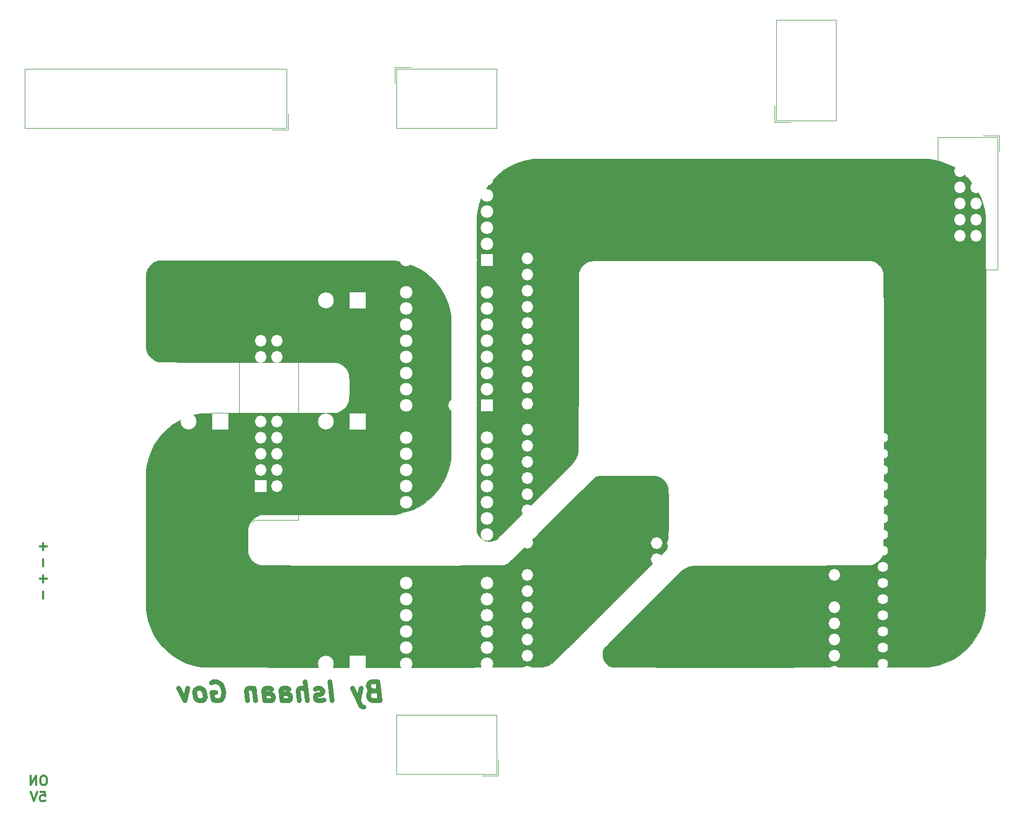
<source format=gbr>
G04 #@! TF.GenerationSoftware,KiCad,Pcbnew,(5.1.4)-1*
G04 #@! TF.CreationDate,2020-03-28T02:45:04-04:00*
G04 #@! TF.ProjectId,quickstep_controller,71756963-6b73-4746-9570-5f636f6e7472,rev?*
G04 #@! TF.SameCoordinates,Original*
G04 #@! TF.FileFunction,Legend,Bot*
G04 #@! TF.FilePolarity,Positive*
%FSLAX46Y46*%
G04 Gerber Fmt 4.6, Leading zero omitted, Abs format (unit mm)*
G04 Created by KiCad (PCBNEW (5.1.4)-1) date 2020-03-28 02:45:04*
%MOMM*%
%LPD*%
G04 APERTURE LIST*
%ADD10C,0.375000*%
%ADD11C,0.750000*%
%ADD12C,0.010000*%
%ADD13C,0.120000*%
%ADD14C,2.133600*%
%ADD15C,0.100000*%
%ADD16C,1.625600*%
%ADD17R,1.625600X1.625600*%
%ADD18C,10.701600*%
%ADD19C,6.501600*%
%ADD20O,2.051600X1.801600*%
%ADD21C,1.801600*%
%ADD22O,1.828800X1.828800*%
%ADD23C,1.976600*%
%ADD24R,1.976600X1.976600*%
%ADD25C,2.851600*%
%ADD26C,1.201600*%
%ADD27C,1.701600*%
%ADD28C,6.101600*%
%ADD29C,3.101600*%
%ADD30O,2.101600X1.801600*%
%ADD31C,3.417600*%
%ADD32C,1.529600*%
%ADD33R,1.529600X1.529600*%
%ADD34R,1.828800X1.828800*%
%ADD35O,1.801600X2.051600*%
%ADD36C,2.501600*%
%ADD37R,2.501600X2.501600*%
G04 APERTURE END LIST*
D10*
X152647142Y-196596428D02*
X152647142Y-195453571D01*
X153218571Y-196025000D02*
X152075714Y-196025000D01*
X152647142Y-201676428D02*
X152647142Y-200533571D01*
X153218571Y-201105000D02*
X152075714Y-201105000D01*
X152647142Y-199136428D02*
X152647142Y-197993571D01*
X152647142Y-204216428D02*
X152647142Y-203073571D01*
X152833571Y-232033571D02*
X152547857Y-232033571D01*
X152405000Y-232105000D01*
X152262142Y-232247857D01*
X152190714Y-232533571D01*
X152190714Y-233033571D01*
X152262142Y-233319285D01*
X152405000Y-233462142D01*
X152547857Y-233533571D01*
X152833571Y-233533571D01*
X152976428Y-233462142D01*
X153119285Y-233319285D01*
X153190714Y-233033571D01*
X153190714Y-232533571D01*
X153119285Y-232247857D01*
X152976428Y-232105000D01*
X152833571Y-232033571D01*
X151547857Y-233533571D02*
X151547857Y-232033571D01*
X150690714Y-233533571D01*
X150690714Y-232033571D01*
X152190714Y-234573571D02*
X152905000Y-234573571D01*
X152976428Y-235287857D01*
X152905000Y-235216428D01*
X152762142Y-235145000D01*
X152405000Y-235145000D01*
X152262142Y-235216428D01*
X152190714Y-235287857D01*
X152119285Y-235430714D01*
X152119285Y-235787857D01*
X152190714Y-235930714D01*
X152262142Y-236002142D01*
X152405000Y-236073571D01*
X152762142Y-236073571D01*
X152905000Y-236002142D01*
X152976428Y-235930714D01*
X151690714Y-234573571D02*
X151190714Y-236073571D01*
X150690714Y-234573571D01*
D11*
X204369330Y-218670714D02*
X203958616Y-218813571D01*
X203833616Y-218956428D01*
X203726473Y-219242142D01*
X203780044Y-219670714D01*
X203958616Y-219956428D01*
X204119330Y-220099285D01*
X204422901Y-220242142D01*
X205565758Y-220242142D01*
X205190758Y-217242142D01*
X204190758Y-217242142D01*
X203922901Y-217385000D01*
X203797901Y-217527857D01*
X203690758Y-217813571D01*
X203726473Y-218099285D01*
X203905044Y-218385000D01*
X204065758Y-218527857D01*
X204369330Y-218670714D01*
X205369330Y-218670714D01*
X202601473Y-218242142D02*
X202137187Y-220242142D01*
X201172901Y-218242142D02*
X202137187Y-220242142D01*
X202512187Y-220956428D01*
X202672901Y-221099285D01*
X202976473Y-221242142D01*
X197994330Y-220242142D02*
X197619330Y-217242142D01*
X196690758Y-220099285D02*
X196422901Y-220242142D01*
X195851473Y-220242142D01*
X195547901Y-220099285D01*
X195369330Y-219813571D01*
X195351473Y-219670714D01*
X195458616Y-219385000D01*
X195726473Y-219242142D01*
X196155044Y-219242142D01*
X196422901Y-219099285D01*
X196530044Y-218813571D01*
X196512187Y-218670714D01*
X196333616Y-218385000D01*
X196030044Y-218242142D01*
X195601473Y-218242142D01*
X195333616Y-218385000D01*
X194137187Y-220242142D02*
X193762187Y-217242142D01*
X192851473Y-220242142D02*
X192655044Y-218670714D01*
X192762187Y-218385000D01*
X193030044Y-218242142D01*
X193458616Y-218242142D01*
X193762187Y-218385000D01*
X193922901Y-218527857D01*
X190137187Y-220242142D02*
X189940758Y-218670714D01*
X190047901Y-218385000D01*
X190315758Y-218242142D01*
X190887187Y-218242142D01*
X191190758Y-218385000D01*
X190119330Y-220099285D02*
X190422901Y-220242142D01*
X191137187Y-220242142D01*
X191405044Y-220099285D01*
X191512187Y-219813571D01*
X191476473Y-219527857D01*
X191297901Y-219242142D01*
X190994330Y-219099285D01*
X190280044Y-219099285D01*
X189976473Y-218956428D01*
X187422901Y-220242142D02*
X187226473Y-218670714D01*
X187333616Y-218385000D01*
X187601473Y-218242142D01*
X188172901Y-218242142D01*
X188476473Y-218385000D01*
X187405044Y-220099285D02*
X187708616Y-220242142D01*
X188422901Y-220242142D01*
X188690758Y-220099285D01*
X188797901Y-219813571D01*
X188762187Y-219527857D01*
X188583616Y-219242142D01*
X188280044Y-219099285D01*
X187565758Y-219099285D01*
X187262187Y-218956428D01*
X185744330Y-218242142D02*
X185994330Y-220242142D01*
X185780044Y-218527857D02*
X185619330Y-218385000D01*
X185315758Y-218242142D01*
X184887187Y-218242142D01*
X184619330Y-218385000D01*
X184512187Y-218670714D01*
X184708616Y-220242142D01*
X179065758Y-217385000D02*
X179333616Y-217242142D01*
X179762187Y-217242142D01*
X180208616Y-217385000D01*
X180530044Y-217670714D01*
X180708616Y-217956428D01*
X180922901Y-218527857D01*
X180976473Y-218956428D01*
X180905044Y-219527857D01*
X180797901Y-219813571D01*
X180547901Y-220099285D01*
X180137187Y-220242142D01*
X179851473Y-220242142D01*
X179405044Y-220099285D01*
X179244330Y-219956428D01*
X179119330Y-218956428D01*
X179690758Y-218956428D01*
X177565758Y-220242142D02*
X177833616Y-220099285D01*
X177958616Y-219956428D01*
X178065758Y-219670714D01*
X177958616Y-218813571D01*
X177780044Y-218527857D01*
X177619330Y-218385000D01*
X177315758Y-218242142D01*
X176887187Y-218242142D01*
X176619330Y-218385000D01*
X176494330Y-218527857D01*
X176387187Y-218813571D01*
X176494330Y-219670714D01*
X176672901Y-219956428D01*
X176833616Y-220099285D01*
X177137187Y-220242142D01*
X177565758Y-220242142D01*
X175315758Y-218242142D02*
X174851473Y-220242142D01*
X173887187Y-218242142D01*
D12*
G36*
X258799538Y-135016171D02*
G01*
X256939243Y-135016189D01*
X255159948Y-135016224D01*
X253459820Y-135016281D01*
X251837025Y-135016365D01*
X250289730Y-135016480D01*
X248816102Y-135016630D01*
X247414307Y-135016820D01*
X246082512Y-135017055D01*
X244818884Y-135017339D01*
X243621589Y-135017676D01*
X242488794Y-135018072D01*
X241418666Y-135018531D01*
X240409372Y-135019056D01*
X239459077Y-135019654D01*
X238565949Y-135020328D01*
X237728154Y-135021082D01*
X236943860Y-135021922D01*
X236211232Y-135022852D01*
X235528437Y-135023876D01*
X234893643Y-135025000D01*
X234305015Y-135026226D01*
X233760721Y-135027561D01*
X233258926Y-135029008D01*
X232797799Y-135030573D01*
X232375505Y-135032259D01*
X231990211Y-135034071D01*
X231640083Y-135036013D01*
X231323289Y-135038091D01*
X231037995Y-135040309D01*
X230782368Y-135042671D01*
X230554574Y-135045182D01*
X230352781Y-135047846D01*
X230175154Y-135050668D01*
X230019860Y-135053652D01*
X229885067Y-135056803D01*
X229768940Y-135060125D01*
X229669647Y-135063624D01*
X229585354Y-135067303D01*
X229514227Y-135071167D01*
X229454434Y-135075221D01*
X229404141Y-135079468D01*
X229361515Y-135083915D01*
X229324722Y-135088564D01*
X229291930Y-135093421D01*
X229289000Y-135093887D01*
X228378918Y-135280252D01*
X227500479Y-135542208D01*
X226657649Y-135876863D01*
X225854391Y-136281322D01*
X225094672Y-136752691D01*
X224382456Y-137288077D01*
X223721709Y-137884586D01*
X223116396Y-138539324D01*
X222570482Y-139249398D01*
X222087932Y-140011913D01*
X221796576Y-140561833D01*
X221470462Y-141284865D01*
X221211928Y-141992546D01*
X221015020Y-142706627D01*
X220873786Y-143448858D01*
X220782272Y-144240988D01*
X220779192Y-144278601D01*
X220775641Y-144356704D01*
X220772282Y-144500932D01*
X220769114Y-144712036D01*
X220766137Y-144990766D01*
X220763349Y-145337869D01*
X220760749Y-145754097D01*
X220758337Y-146240199D01*
X220756110Y-146796924D01*
X220754070Y-147425023D01*
X220752213Y-148125243D01*
X220750540Y-148898336D01*
X220749049Y-149745051D01*
X220747740Y-150666137D01*
X220746611Y-151662344D01*
X220745661Y-152734421D01*
X220744890Y-153883118D01*
X220744296Y-155109186D01*
X220743879Y-156413372D01*
X220743638Y-157796427D01*
X220743571Y-159259101D01*
X220743677Y-160802142D01*
X220743956Y-162426302D01*
X220744407Y-164132328D01*
X220745028Y-165920971D01*
X220745819Y-167792981D01*
X220746507Y-169221500D01*
X220758833Y-193605500D01*
X220850361Y-193844725D01*
X221040123Y-194233295D01*
X221287873Y-194561254D01*
X221591230Y-194826341D01*
X221947812Y-195026296D01*
X222188826Y-195114830D01*
X222374640Y-195162996D01*
X222548834Y-195185800D01*
X222751052Y-195187351D01*
X222846750Y-195183047D01*
X223135617Y-195155061D01*
X223376679Y-195099405D01*
X223605062Y-195005481D01*
X223805122Y-194893926D01*
X223860800Y-194850330D01*
X223964535Y-194757700D01*
X224117145Y-194615225D01*
X224319450Y-194422098D01*
X224572271Y-194177510D01*
X224876428Y-193880651D01*
X225232740Y-193530714D01*
X225642027Y-193126889D01*
X226105109Y-192668368D01*
X226622806Y-192154341D01*
X227195938Y-191584001D01*
X227825324Y-190956538D01*
X228511785Y-190271143D01*
X229256140Y-189527009D01*
X229978789Y-188803842D01*
X230693849Y-188087825D01*
X231351365Y-187429112D01*
X231953759Y-186825230D01*
X232503449Y-186273710D01*
X233002856Y-185772080D01*
X233454398Y-185317870D01*
X233860496Y-184908608D01*
X234223569Y-184541824D01*
X234546036Y-184215046D01*
X234830319Y-183925804D01*
X235078836Y-183671628D01*
X235294007Y-183450045D01*
X235478251Y-183258585D01*
X235633989Y-183094777D01*
X235763640Y-182956150D01*
X235869624Y-182840234D01*
X235954360Y-182744558D01*
X236020268Y-182666649D01*
X236069769Y-182604039D01*
X236105281Y-182554255D01*
X236117370Y-182535333D01*
X236326803Y-182163377D01*
X236488242Y-181802577D01*
X236620132Y-181411602D01*
X236622596Y-181403188D01*
X236718500Y-181074833D01*
X236739666Y-167062500D01*
X236760833Y-153050166D01*
X236854962Y-152775000D01*
X237038821Y-152354221D01*
X237284314Y-151976889D01*
X237582997Y-151653037D01*
X237926424Y-151392698D01*
X238100125Y-151295516D01*
X238141448Y-151273258D01*
X238175655Y-151252114D01*
X238204910Y-151232057D01*
X238231373Y-151213059D01*
X238257206Y-151195093D01*
X238284572Y-151178132D01*
X238315631Y-151162147D01*
X238352546Y-151147112D01*
X238397479Y-151132999D01*
X238452591Y-151119780D01*
X238520043Y-151107430D01*
X238601999Y-151095918D01*
X238700618Y-151085220D01*
X238818065Y-151075306D01*
X238956499Y-151066151D01*
X239118083Y-151057725D01*
X239304978Y-151050003D01*
X239519347Y-151042955D01*
X239763351Y-151036556D01*
X240039152Y-151030778D01*
X240348911Y-151025592D01*
X240694791Y-151020973D01*
X241078952Y-151016892D01*
X241503558Y-151013322D01*
X241970769Y-151010235D01*
X242482748Y-151007605D01*
X243041656Y-151005403D01*
X243649655Y-151003603D01*
X244308907Y-151002176D01*
X245021573Y-151001096D01*
X245789816Y-151000336D01*
X246615796Y-150999867D01*
X247501677Y-150999662D01*
X248449619Y-150999694D01*
X249461784Y-150999936D01*
X250540334Y-151000359D01*
X251687431Y-151000937D01*
X252905237Y-151001643D01*
X254195913Y-151002448D01*
X255561621Y-151003326D01*
X257004524Y-151004249D01*
X258526781Y-151005189D01*
X260130557Y-151006120D01*
X260890833Y-151006534D01*
X282734833Y-151018166D01*
X283051378Y-151133689D01*
X283463863Y-151326330D01*
X283835243Y-151584398D01*
X284154564Y-151898220D01*
X284410871Y-152258126D01*
X284488094Y-152402160D01*
X284507073Y-152438163D01*
X284525096Y-152468344D01*
X284542187Y-152494868D01*
X284558372Y-152519906D01*
X284573674Y-152545625D01*
X284588119Y-152574193D01*
X284601731Y-152607779D01*
X284614534Y-152648552D01*
X284626553Y-152698678D01*
X284637813Y-152760328D01*
X284648338Y-152835668D01*
X284658153Y-152926868D01*
X284667282Y-153036095D01*
X284675750Y-153165518D01*
X284683581Y-153317306D01*
X284690801Y-153493625D01*
X284697433Y-153696646D01*
X284703502Y-153928536D01*
X284709033Y-154191463D01*
X284714051Y-154487596D01*
X284718579Y-154819103D01*
X284722643Y-155188152D01*
X284726266Y-155596912D01*
X284729475Y-156047551D01*
X284732293Y-156542237D01*
X284734744Y-157083138D01*
X284736854Y-157672424D01*
X284738647Y-158312261D01*
X284740147Y-159004819D01*
X284741379Y-159752265D01*
X284742368Y-160556769D01*
X284743138Y-161420498D01*
X284743714Y-162345620D01*
X284744121Y-163334305D01*
X284744382Y-164388720D01*
X284744523Y-165511033D01*
X284744568Y-166703413D01*
X284744541Y-167968028D01*
X284744468Y-169307046D01*
X284744373Y-170722637D01*
X284744280Y-172216967D01*
X284744213Y-173792206D01*
X284744196Y-175000000D01*
X284744226Y-176635804D01*
X284744297Y-178189110D01*
X284744387Y-179662085D01*
X284744471Y-181056898D01*
X284744526Y-182375716D01*
X284744527Y-183620707D01*
X284744450Y-184794040D01*
X284744272Y-185897883D01*
X284743968Y-186934402D01*
X284743514Y-187905768D01*
X284742886Y-188814146D01*
X284742061Y-189661707D01*
X284741015Y-190450616D01*
X284739722Y-191183043D01*
X284738160Y-191861156D01*
X284736304Y-192487122D01*
X284734130Y-193063110D01*
X284731615Y-193591287D01*
X284728734Y-194073822D01*
X284725463Y-194512882D01*
X284721778Y-194910636D01*
X284717656Y-195269251D01*
X284713072Y-195590897D01*
X284708002Y-195877739D01*
X284702423Y-196131947D01*
X284696309Y-196355689D01*
X284689638Y-196551133D01*
X284682385Y-196720446D01*
X284674526Y-196865797D01*
X284666038Y-196989353D01*
X284656896Y-197093283D01*
X284647076Y-197179755D01*
X284636554Y-197250937D01*
X284625306Y-197308996D01*
X284613309Y-197356101D01*
X284600537Y-197394419D01*
X284586968Y-197426120D01*
X284572577Y-197453370D01*
X284557340Y-197478337D01*
X284541234Y-197503191D01*
X284524233Y-197530098D01*
X284506315Y-197561228D01*
X284494125Y-197584833D01*
X284267130Y-197954163D01*
X283973479Y-198286801D01*
X283627774Y-198569846D01*
X283244614Y-198790395D01*
X283031166Y-198877599D01*
X282734833Y-198981833D01*
X268722500Y-199003000D01*
X254710166Y-199024166D01*
X254380653Y-199118050D01*
X254045598Y-199231443D01*
X253696654Y-199380666D01*
X253365644Y-199550676D01*
X253084389Y-199726426D01*
X253065791Y-199739706D01*
X253010120Y-199788195D01*
X252897702Y-199893716D01*
X252731532Y-200053303D01*
X252514605Y-200263993D01*
X252249915Y-200522820D01*
X251940456Y-200826821D01*
X251589225Y-201173032D01*
X251199215Y-201558489D01*
X250773421Y-201980227D01*
X250314838Y-202435282D01*
X249826460Y-202920689D01*
X249311283Y-203433485D01*
X248772300Y-203970706D01*
X248212507Y-204529387D01*
X247634898Y-205106564D01*
X247042469Y-205699272D01*
X246831334Y-205910680D01*
X246098733Y-206644582D01*
X245424030Y-207320921D01*
X244805106Y-207941857D01*
X244239845Y-208509548D01*
X243726127Y-209026153D01*
X243261834Y-209493829D01*
X242844849Y-209914736D01*
X242473054Y-210291032D01*
X242144330Y-210624876D01*
X241856560Y-210918425D01*
X241607625Y-211173840D01*
X241395407Y-211393277D01*
X241217789Y-211578896D01*
X241072652Y-211732855D01*
X240957879Y-211857313D01*
X240871350Y-211954427D01*
X240810950Y-212026358D01*
X240774558Y-212075263D01*
X240763186Y-212094834D01*
X240618385Y-212494810D01*
X240554697Y-212896105D01*
X240570798Y-213290633D01*
X240665367Y-213670307D01*
X240837081Y-214027042D01*
X241084618Y-214352752D01*
X241142157Y-214412509D01*
X241450186Y-214669732D01*
X241788912Y-214852083D01*
X242053980Y-214940106D01*
X242077689Y-214944698D01*
X242114031Y-214949067D01*
X242165011Y-214953219D01*
X242232629Y-214957159D01*
X242318889Y-214960891D01*
X242425792Y-214964420D01*
X242555341Y-214967751D01*
X242709538Y-214970889D01*
X242890386Y-214973838D01*
X243099886Y-214976604D01*
X243340041Y-214979191D01*
X243612854Y-214981603D01*
X243920327Y-214983846D01*
X244264462Y-214985925D01*
X244647261Y-214987843D01*
X245070727Y-214989607D01*
X245536863Y-214991220D01*
X246047669Y-214992688D01*
X246605149Y-214994015D01*
X247211305Y-214995206D01*
X247868140Y-214996266D01*
X248577655Y-214997200D01*
X249341853Y-214998012D01*
X250162737Y-214998707D01*
X251042308Y-214999290D01*
X251982569Y-214999766D01*
X252985522Y-215000139D01*
X254053170Y-215000415D01*
X255187515Y-215000598D01*
X256390559Y-215000692D01*
X257664305Y-215000703D01*
X259010754Y-215000636D01*
X260431910Y-215000495D01*
X261929774Y-215000284D01*
X263506349Y-215000010D01*
X265163638Y-214999675D01*
X266858144Y-214999297D01*
X268441445Y-214998864D01*
X269990144Y-214998308D01*
X271502305Y-214997635D01*
X272975991Y-214996846D01*
X274409264Y-214995946D01*
X275800189Y-214994938D01*
X277146828Y-214993825D01*
X278447245Y-214992610D01*
X279699503Y-214991299D01*
X280901664Y-214989892D01*
X282051793Y-214988395D01*
X283147952Y-214986810D01*
X284188204Y-214985141D01*
X285170614Y-214983391D01*
X286093243Y-214981564D01*
X286954155Y-214979663D01*
X287751413Y-214977692D01*
X288483081Y-214975654D01*
X289147222Y-214973552D01*
X289741898Y-214971390D01*
X290265174Y-214969171D01*
X290715112Y-214966899D01*
X291089775Y-214964577D01*
X291387227Y-214962208D01*
X291605530Y-214959796D01*
X291742749Y-214957345D01*
X291794166Y-214955235D01*
X292666139Y-214825237D01*
X293528746Y-214612878D01*
X294376413Y-214320379D01*
X295203566Y-213949959D01*
X296004629Y-213503839D01*
X296774029Y-212984239D01*
X296810666Y-212957042D01*
X297061943Y-212755330D01*
X297347605Y-212502073D01*
X297651444Y-212213611D01*
X297957251Y-211906288D01*
X298248819Y-211596444D01*
X298509939Y-211300422D01*
X298724402Y-211034564D01*
X298746031Y-211005736D01*
X299260402Y-210244483D01*
X299702710Y-209443806D01*
X300070509Y-208609995D01*
X300361355Y-207749341D01*
X300572805Y-206868135D01*
X300702413Y-205972668D01*
X300702667Y-205970064D01*
X300705535Y-205898229D01*
X300708314Y-205744325D01*
X300711004Y-205510948D01*
X300713604Y-205200696D01*
X300716115Y-204816165D01*
X300718536Y-204359954D01*
X300720868Y-203834658D01*
X300723111Y-203242876D01*
X300725265Y-202587204D01*
X300727329Y-201870239D01*
X300729303Y-201094579D01*
X300731189Y-200262820D01*
X300732985Y-199377559D01*
X300734691Y-198441395D01*
X300736309Y-197456923D01*
X300737837Y-196426741D01*
X300739275Y-195353446D01*
X300740624Y-194239636D01*
X300741884Y-193087906D01*
X300743055Y-191900855D01*
X300744136Y-190681079D01*
X300745128Y-189431176D01*
X300746030Y-188153743D01*
X300746844Y-186851376D01*
X300747567Y-185526673D01*
X300748201Y-184182231D01*
X300748746Y-182820647D01*
X300749202Y-181444518D01*
X300749568Y-180056442D01*
X300749845Y-178659015D01*
X300750033Y-177254834D01*
X300750131Y-175846497D01*
X300750140Y-174436601D01*
X300750060Y-173027742D01*
X300749890Y-171622518D01*
X300749631Y-170223526D01*
X300749282Y-168833363D01*
X300748844Y-167454627D01*
X300748317Y-166089914D01*
X300747701Y-164741821D01*
X300746996Y-163412945D01*
X300746201Y-162105885D01*
X300745316Y-160823235D01*
X300744342Y-159567595D01*
X300743279Y-158341561D01*
X300742127Y-157147729D01*
X300740885Y-155988698D01*
X300739553Y-154867064D01*
X300738133Y-153785424D01*
X300736623Y-152746376D01*
X300735023Y-151752516D01*
X300733335Y-150806442D01*
X300731556Y-149910750D01*
X300729689Y-149068039D01*
X300727732Y-148280904D01*
X300725686Y-147551943D01*
X300723551Y-146883754D01*
X300721326Y-146278932D01*
X300719012Y-145740076D01*
X300716608Y-145269783D01*
X300714115Y-144870649D01*
X300711533Y-144545272D01*
X300708862Y-144296248D01*
X300706101Y-144126175D01*
X300703250Y-144037651D01*
X300702667Y-144029935D01*
X300573299Y-143134435D01*
X300362082Y-142253179D01*
X300071462Y-141392457D01*
X299703882Y-140558560D01*
X299261786Y-139757778D01*
X298747619Y-138996401D01*
X298746031Y-138994263D01*
X298533426Y-138727287D01*
X298271269Y-138428037D01*
X297976170Y-138113237D01*
X297664738Y-137799610D01*
X297353583Y-137503881D01*
X297059314Y-137242773D01*
X296798541Y-137033010D01*
X296797060Y-137031902D01*
X296022804Y-136503004D01*
X295219662Y-136053209D01*
X294384780Y-135681313D01*
X293515301Y-135386113D01*
X292608368Y-135166407D01*
X292194824Y-135093042D01*
X292162200Y-135088217D01*
X292125342Y-135083598D01*
X292082420Y-135079181D01*
X292031599Y-135074960D01*
X291971048Y-135070932D01*
X291898935Y-135067091D01*
X291813427Y-135063434D01*
X291712692Y-135059957D01*
X291594896Y-135056653D01*
X291458209Y-135053520D01*
X291300797Y-135050552D01*
X291120828Y-135047745D01*
X290916470Y-135045095D01*
X290685890Y-135042597D01*
X290427256Y-135040247D01*
X290138735Y-135038039D01*
X289818496Y-135035971D01*
X289464705Y-135034036D01*
X289075530Y-135032232D01*
X288649140Y-135030552D01*
X288183700Y-135028993D01*
X287677380Y-135027551D01*
X287128347Y-135026220D01*
X286534768Y-135024997D01*
X285894810Y-135023876D01*
X285206642Y-135022854D01*
X284468432Y-135021926D01*
X283678346Y-135021087D01*
X282834552Y-135020333D01*
X281935218Y-135019660D01*
X280978512Y-135019062D01*
X279962601Y-135018536D01*
X278885652Y-135018077D01*
X277745834Y-135017681D01*
X276541313Y-135017343D01*
X275270259Y-135017058D01*
X273930837Y-135016822D01*
X272521216Y-135016631D01*
X271039563Y-135016480D01*
X269484046Y-135016365D01*
X267852833Y-135016281D01*
X266144091Y-135016223D01*
X264355988Y-135016188D01*
X262486691Y-135016170D01*
X260742666Y-135016166D01*
X258799538Y-135016171D01*
X258799538Y-135016171D01*
G37*
X258799538Y-135016171D02*
X256939243Y-135016189D01*
X255159948Y-135016224D01*
X253459820Y-135016281D01*
X251837025Y-135016365D01*
X250289730Y-135016480D01*
X248816102Y-135016630D01*
X247414307Y-135016820D01*
X246082512Y-135017055D01*
X244818884Y-135017339D01*
X243621589Y-135017676D01*
X242488794Y-135018072D01*
X241418666Y-135018531D01*
X240409372Y-135019056D01*
X239459077Y-135019654D01*
X238565949Y-135020328D01*
X237728154Y-135021082D01*
X236943860Y-135021922D01*
X236211232Y-135022852D01*
X235528437Y-135023876D01*
X234893643Y-135025000D01*
X234305015Y-135026226D01*
X233760721Y-135027561D01*
X233258926Y-135029008D01*
X232797799Y-135030573D01*
X232375505Y-135032259D01*
X231990211Y-135034071D01*
X231640083Y-135036013D01*
X231323289Y-135038091D01*
X231037995Y-135040309D01*
X230782368Y-135042671D01*
X230554574Y-135045182D01*
X230352781Y-135047846D01*
X230175154Y-135050668D01*
X230019860Y-135053652D01*
X229885067Y-135056803D01*
X229768940Y-135060125D01*
X229669647Y-135063624D01*
X229585354Y-135067303D01*
X229514227Y-135071167D01*
X229454434Y-135075221D01*
X229404141Y-135079468D01*
X229361515Y-135083915D01*
X229324722Y-135088564D01*
X229291930Y-135093421D01*
X229289000Y-135093887D01*
X228378918Y-135280252D01*
X227500479Y-135542208D01*
X226657649Y-135876863D01*
X225854391Y-136281322D01*
X225094672Y-136752691D01*
X224382456Y-137288077D01*
X223721709Y-137884586D01*
X223116396Y-138539324D01*
X222570482Y-139249398D01*
X222087932Y-140011913D01*
X221796576Y-140561833D01*
X221470462Y-141284865D01*
X221211928Y-141992546D01*
X221015020Y-142706627D01*
X220873786Y-143448858D01*
X220782272Y-144240988D01*
X220779192Y-144278601D01*
X220775641Y-144356704D01*
X220772282Y-144500932D01*
X220769114Y-144712036D01*
X220766137Y-144990766D01*
X220763349Y-145337869D01*
X220760749Y-145754097D01*
X220758337Y-146240199D01*
X220756110Y-146796924D01*
X220754070Y-147425023D01*
X220752213Y-148125243D01*
X220750540Y-148898336D01*
X220749049Y-149745051D01*
X220747740Y-150666137D01*
X220746611Y-151662344D01*
X220745661Y-152734421D01*
X220744890Y-153883118D01*
X220744296Y-155109186D01*
X220743879Y-156413372D01*
X220743638Y-157796427D01*
X220743571Y-159259101D01*
X220743677Y-160802142D01*
X220743956Y-162426302D01*
X220744407Y-164132328D01*
X220745028Y-165920971D01*
X220745819Y-167792981D01*
X220746507Y-169221500D01*
X220758833Y-193605500D01*
X220850361Y-193844725D01*
X221040123Y-194233295D01*
X221287873Y-194561254D01*
X221591230Y-194826341D01*
X221947812Y-195026296D01*
X222188826Y-195114830D01*
X222374640Y-195162996D01*
X222548834Y-195185800D01*
X222751052Y-195187351D01*
X222846750Y-195183047D01*
X223135617Y-195155061D01*
X223376679Y-195099405D01*
X223605062Y-195005481D01*
X223805122Y-194893926D01*
X223860800Y-194850330D01*
X223964535Y-194757700D01*
X224117145Y-194615225D01*
X224319450Y-194422098D01*
X224572271Y-194177510D01*
X224876428Y-193880651D01*
X225232740Y-193530714D01*
X225642027Y-193126889D01*
X226105109Y-192668368D01*
X226622806Y-192154341D01*
X227195938Y-191584001D01*
X227825324Y-190956538D01*
X228511785Y-190271143D01*
X229256140Y-189527009D01*
X229978789Y-188803842D01*
X230693849Y-188087825D01*
X231351365Y-187429112D01*
X231953759Y-186825230D01*
X232503449Y-186273710D01*
X233002856Y-185772080D01*
X233454398Y-185317870D01*
X233860496Y-184908608D01*
X234223569Y-184541824D01*
X234546036Y-184215046D01*
X234830319Y-183925804D01*
X235078836Y-183671628D01*
X235294007Y-183450045D01*
X235478251Y-183258585D01*
X235633989Y-183094777D01*
X235763640Y-182956150D01*
X235869624Y-182840234D01*
X235954360Y-182744558D01*
X236020268Y-182666649D01*
X236069769Y-182604039D01*
X236105281Y-182554255D01*
X236117370Y-182535333D01*
X236326803Y-182163377D01*
X236488242Y-181802577D01*
X236620132Y-181411602D01*
X236622596Y-181403188D01*
X236718500Y-181074833D01*
X236739666Y-167062500D01*
X236760833Y-153050166D01*
X236854962Y-152775000D01*
X237038821Y-152354221D01*
X237284314Y-151976889D01*
X237582997Y-151653037D01*
X237926424Y-151392698D01*
X238100125Y-151295516D01*
X238141448Y-151273258D01*
X238175655Y-151252114D01*
X238204910Y-151232057D01*
X238231373Y-151213059D01*
X238257206Y-151195093D01*
X238284572Y-151178132D01*
X238315631Y-151162147D01*
X238352546Y-151147112D01*
X238397479Y-151132999D01*
X238452591Y-151119780D01*
X238520043Y-151107430D01*
X238601999Y-151095918D01*
X238700618Y-151085220D01*
X238818065Y-151075306D01*
X238956499Y-151066151D01*
X239118083Y-151057725D01*
X239304978Y-151050003D01*
X239519347Y-151042955D01*
X239763351Y-151036556D01*
X240039152Y-151030778D01*
X240348911Y-151025592D01*
X240694791Y-151020973D01*
X241078952Y-151016892D01*
X241503558Y-151013322D01*
X241970769Y-151010235D01*
X242482748Y-151007605D01*
X243041656Y-151005403D01*
X243649655Y-151003603D01*
X244308907Y-151002176D01*
X245021573Y-151001096D01*
X245789816Y-151000336D01*
X246615796Y-150999867D01*
X247501677Y-150999662D01*
X248449619Y-150999694D01*
X249461784Y-150999936D01*
X250540334Y-151000359D01*
X251687431Y-151000937D01*
X252905237Y-151001643D01*
X254195913Y-151002448D01*
X255561621Y-151003326D01*
X257004524Y-151004249D01*
X258526781Y-151005189D01*
X260130557Y-151006120D01*
X260890833Y-151006534D01*
X282734833Y-151018166D01*
X283051378Y-151133689D01*
X283463863Y-151326330D01*
X283835243Y-151584398D01*
X284154564Y-151898220D01*
X284410871Y-152258126D01*
X284488094Y-152402160D01*
X284507073Y-152438163D01*
X284525096Y-152468344D01*
X284542187Y-152494868D01*
X284558372Y-152519906D01*
X284573674Y-152545625D01*
X284588119Y-152574193D01*
X284601731Y-152607779D01*
X284614534Y-152648552D01*
X284626553Y-152698678D01*
X284637813Y-152760328D01*
X284648338Y-152835668D01*
X284658153Y-152926868D01*
X284667282Y-153036095D01*
X284675750Y-153165518D01*
X284683581Y-153317306D01*
X284690801Y-153493625D01*
X284697433Y-153696646D01*
X284703502Y-153928536D01*
X284709033Y-154191463D01*
X284714051Y-154487596D01*
X284718579Y-154819103D01*
X284722643Y-155188152D01*
X284726266Y-155596912D01*
X284729475Y-156047551D01*
X284732293Y-156542237D01*
X284734744Y-157083138D01*
X284736854Y-157672424D01*
X284738647Y-158312261D01*
X284740147Y-159004819D01*
X284741379Y-159752265D01*
X284742368Y-160556769D01*
X284743138Y-161420498D01*
X284743714Y-162345620D01*
X284744121Y-163334305D01*
X284744382Y-164388720D01*
X284744523Y-165511033D01*
X284744568Y-166703413D01*
X284744541Y-167968028D01*
X284744468Y-169307046D01*
X284744373Y-170722637D01*
X284744280Y-172216967D01*
X284744213Y-173792206D01*
X284744196Y-175000000D01*
X284744226Y-176635804D01*
X284744297Y-178189110D01*
X284744387Y-179662085D01*
X284744471Y-181056898D01*
X284744526Y-182375716D01*
X284744527Y-183620707D01*
X284744450Y-184794040D01*
X284744272Y-185897883D01*
X284743968Y-186934402D01*
X284743514Y-187905768D01*
X284742886Y-188814146D01*
X284742061Y-189661707D01*
X284741015Y-190450616D01*
X284739722Y-191183043D01*
X284738160Y-191861156D01*
X284736304Y-192487122D01*
X284734130Y-193063110D01*
X284731615Y-193591287D01*
X284728734Y-194073822D01*
X284725463Y-194512882D01*
X284721778Y-194910636D01*
X284717656Y-195269251D01*
X284713072Y-195590897D01*
X284708002Y-195877739D01*
X284702423Y-196131947D01*
X284696309Y-196355689D01*
X284689638Y-196551133D01*
X284682385Y-196720446D01*
X284674526Y-196865797D01*
X284666038Y-196989353D01*
X284656896Y-197093283D01*
X284647076Y-197179755D01*
X284636554Y-197250937D01*
X284625306Y-197308996D01*
X284613309Y-197356101D01*
X284600537Y-197394419D01*
X284586968Y-197426120D01*
X284572577Y-197453370D01*
X284557340Y-197478337D01*
X284541234Y-197503191D01*
X284524233Y-197530098D01*
X284506315Y-197561228D01*
X284494125Y-197584833D01*
X284267130Y-197954163D01*
X283973479Y-198286801D01*
X283627774Y-198569846D01*
X283244614Y-198790395D01*
X283031166Y-198877599D01*
X282734833Y-198981833D01*
X268722500Y-199003000D01*
X254710166Y-199024166D01*
X254380653Y-199118050D01*
X254045598Y-199231443D01*
X253696654Y-199380666D01*
X253365644Y-199550676D01*
X253084389Y-199726426D01*
X253065791Y-199739706D01*
X253010120Y-199788195D01*
X252897702Y-199893716D01*
X252731532Y-200053303D01*
X252514605Y-200263993D01*
X252249915Y-200522820D01*
X251940456Y-200826821D01*
X251589225Y-201173032D01*
X251199215Y-201558489D01*
X250773421Y-201980227D01*
X250314838Y-202435282D01*
X249826460Y-202920689D01*
X249311283Y-203433485D01*
X248772300Y-203970706D01*
X248212507Y-204529387D01*
X247634898Y-205106564D01*
X247042469Y-205699272D01*
X246831334Y-205910680D01*
X246098733Y-206644582D01*
X245424030Y-207320921D01*
X244805106Y-207941857D01*
X244239845Y-208509548D01*
X243726127Y-209026153D01*
X243261834Y-209493829D01*
X242844849Y-209914736D01*
X242473054Y-210291032D01*
X242144330Y-210624876D01*
X241856560Y-210918425D01*
X241607625Y-211173840D01*
X241395407Y-211393277D01*
X241217789Y-211578896D01*
X241072652Y-211732855D01*
X240957879Y-211857313D01*
X240871350Y-211954427D01*
X240810950Y-212026358D01*
X240774558Y-212075263D01*
X240763186Y-212094834D01*
X240618385Y-212494810D01*
X240554697Y-212896105D01*
X240570798Y-213290633D01*
X240665367Y-213670307D01*
X240837081Y-214027042D01*
X241084618Y-214352752D01*
X241142157Y-214412509D01*
X241450186Y-214669732D01*
X241788912Y-214852083D01*
X242053980Y-214940106D01*
X242077689Y-214944698D01*
X242114031Y-214949067D01*
X242165011Y-214953219D01*
X242232629Y-214957159D01*
X242318889Y-214960891D01*
X242425792Y-214964420D01*
X242555341Y-214967751D01*
X242709538Y-214970889D01*
X242890386Y-214973838D01*
X243099886Y-214976604D01*
X243340041Y-214979191D01*
X243612854Y-214981603D01*
X243920327Y-214983846D01*
X244264462Y-214985925D01*
X244647261Y-214987843D01*
X245070727Y-214989607D01*
X245536863Y-214991220D01*
X246047669Y-214992688D01*
X246605149Y-214994015D01*
X247211305Y-214995206D01*
X247868140Y-214996266D01*
X248577655Y-214997200D01*
X249341853Y-214998012D01*
X250162737Y-214998707D01*
X251042308Y-214999290D01*
X251982569Y-214999766D01*
X252985522Y-215000139D01*
X254053170Y-215000415D01*
X255187515Y-215000598D01*
X256390559Y-215000692D01*
X257664305Y-215000703D01*
X259010754Y-215000636D01*
X260431910Y-215000495D01*
X261929774Y-215000284D01*
X263506349Y-215000010D01*
X265163638Y-214999675D01*
X266858144Y-214999297D01*
X268441445Y-214998864D01*
X269990144Y-214998308D01*
X271502305Y-214997635D01*
X272975991Y-214996846D01*
X274409264Y-214995946D01*
X275800189Y-214994938D01*
X277146828Y-214993825D01*
X278447245Y-214992610D01*
X279699503Y-214991299D01*
X280901664Y-214989892D01*
X282051793Y-214988395D01*
X283147952Y-214986810D01*
X284188204Y-214985141D01*
X285170614Y-214983391D01*
X286093243Y-214981564D01*
X286954155Y-214979663D01*
X287751413Y-214977692D01*
X288483081Y-214975654D01*
X289147222Y-214973552D01*
X289741898Y-214971390D01*
X290265174Y-214969171D01*
X290715112Y-214966899D01*
X291089775Y-214964577D01*
X291387227Y-214962208D01*
X291605530Y-214959796D01*
X291742749Y-214957345D01*
X291794166Y-214955235D01*
X292666139Y-214825237D01*
X293528746Y-214612878D01*
X294376413Y-214320379D01*
X295203566Y-213949959D01*
X296004629Y-213503839D01*
X296774029Y-212984239D01*
X296810666Y-212957042D01*
X297061943Y-212755330D01*
X297347605Y-212502073D01*
X297651444Y-212213611D01*
X297957251Y-211906288D01*
X298248819Y-211596444D01*
X298509939Y-211300422D01*
X298724402Y-211034564D01*
X298746031Y-211005736D01*
X299260402Y-210244483D01*
X299702710Y-209443806D01*
X300070509Y-208609995D01*
X300361355Y-207749341D01*
X300572805Y-206868135D01*
X300702413Y-205972668D01*
X300702667Y-205970064D01*
X300705535Y-205898229D01*
X300708314Y-205744325D01*
X300711004Y-205510948D01*
X300713604Y-205200696D01*
X300716115Y-204816165D01*
X300718536Y-204359954D01*
X300720868Y-203834658D01*
X300723111Y-203242876D01*
X300725265Y-202587204D01*
X300727329Y-201870239D01*
X300729303Y-201094579D01*
X300731189Y-200262820D01*
X300732985Y-199377559D01*
X300734691Y-198441395D01*
X300736309Y-197456923D01*
X300737837Y-196426741D01*
X300739275Y-195353446D01*
X300740624Y-194239636D01*
X300741884Y-193087906D01*
X300743055Y-191900855D01*
X300744136Y-190681079D01*
X300745128Y-189431176D01*
X300746030Y-188153743D01*
X300746844Y-186851376D01*
X300747567Y-185526673D01*
X300748201Y-184182231D01*
X300748746Y-182820647D01*
X300749202Y-181444518D01*
X300749568Y-180056442D01*
X300749845Y-178659015D01*
X300750033Y-177254834D01*
X300750131Y-175846497D01*
X300750140Y-174436601D01*
X300750060Y-173027742D01*
X300749890Y-171622518D01*
X300749631Y-170223526D01*
X300749282Y-168833363D01*
X300748844Y-167454627D01*
X300748317Y-166089914D01*
X300747701Y-164741821D01*
X300746996Y-163412945D01*
X300746201Y-162105885D01*
X300745316Y-160823235D01*
X300744342Y-159567595D01*
X300743279Y-158341561D01*
X300742127Y-157147729D01*
X300740885Y-155988698D01*
X300739553Y-154867064D01*
X300738133Y-153785424D01*
X300736623Y-152746376D01*
X300735023Y-151752516D01*
X300733335Y-150806442D01*
X300731556Y-149910750D01*
X300729689Y-149068039D01*
X300727732Y-148280904D01*
X300725686Y-147551943D01*
X300723551Y-146883754D01*
X300721326Y-146278932D01*
X300719012Y-145740076D01*
X300716608Y-145269783D01*
X300714115Y-144870649D01*
X300711533Y-144545272D01*
X300708862Y-144296248D01*
X300706101Y-144126175D01*
X300703250Y-144037651D01*
X300702667Y-144029935D01*
X300573299Y-143134435D01*
X300362082Y-142253179D01*
X300071462Y-141392457D01*
X299703882Y-140558560D01*
X299261786Y-139757778D01*
X298747619Y-138996401D01*
X298746031Y-138994263D01*
X298533426Y-138727287D01*
X298271269Y-138428037D01*
X297976170Y-138113237D01*
X297664738Y-137799610D01*
X297353583Y-137503881D01*
X297059314Y-137242773D01*
X296798541Y-137033010D01*
X296797060Y-137031902D01*
X296022804Y-136503004D01*
X295219662Y-136053209D01*
X294384780Y-135681313D01*
X293515301Y-135386113D01*
X292608368Y-135166407D01*
X292194824Y-135093042D01*
X292162200Y-135088217D01*
X292125342Y-135083598D01*
X292082420Y-135079181D01*
X292031599Y-135074960D01*
X291971048Y-135070932D01*
X291898935Y-135067091D01*
X291813427Y-135063434D01*
X291712692Y-135059957D01*
X291594896Y-135056653D01*
X291458209Y-135053520D01*
X291300797Y-135050552D01*
X291120828Y-135047745D01*
X290916470Y-135045095D01*
X290685890Y-135042597D01*
X290427256Y-135040247D01*
X290138735Y-135038039D01*
X289818496Y-135035971D01*
X289464705Y-135034036D01*
X289075530Y-135032232D01*
X288649140Y-135030552D01*
X288183700Y-135028993D01*
X287677380Y-135027551D01*
X287128347Y-135026220D01*
X286534768Y-135024997D01*
X285894810Y-135023876D01*
X285206642Y-135022854D01*
X284468432Y-135021926D01*
X283678346Y-135021087D01*
X282834552Y-135020333D01*
X281935218Y-135019660D01*
X280978512Y-135019062D01*
X279962601Y-135018536D01*
X278885652Y-135018077D01*
X277745834Y-135017681D01*
X276541313Y-135017343D01*
X275270259Y-135017058D01*
X273930837Y-135016822D01*
X272521216Y-135016631D01*
X271039563Y-135016480D01*
X269484046Y-135016365D01*
X267852833Y-135016281D01*
X266144091Y-135016223D01*
X264355988Y-135016188D01*
X262486691Y-135016170D01*
X260742666Y-135016166D01*
X258799538Y-135016171D01*
G36*
X177890311Y-151003068D02*
G01*
X177111384Y-151003301D01*
X176391292Y-151003707D01*
X175727688Y-151004294D01*
X175118223Y-151005067D01*
X174560549Y-151006035D01*
X174052317Y-151007202D01*
X173591180Y-151008577D01*
X173174789Y-151010166D01*
X172800796Y-151011975D01*
X172466852Y-151014012D01*
X172170610Y-151016282D01*
X171909721Y-151018794D01*
X171681836Y-151021552D01*
X171484608Y-151024565D01*
X171315688Y-151027838D01*
X171172729Y-151031379D01*
X171053381Y-151035193D01*
X170955296Y-151039289D01*
X170876127Y-151043672D01*
X170813525Y-151048350D01*
X170765141Y-151053328D01*
X170728628Y-151058614D01*
X170710098Y-151062229D01*
X170283683Y-151198123D01*
X169893720Y-151405979D01*
X169548229Y-151678010D01*
X169255228Y-152006429D01*
X169022736Y-152383449D01*
X168858772Y-152801282D01*
X168836879Y-152881306D01*
X168824949Y-152929736D01*
X168814198Y-152979925D01*
X168804563Y-153036298D01*
X168795983Y-153103281D01*
X168788398Y-153185299D01*
X168781745Y-153286778D01*
X168775965Y-153412142D01*
X168770995Y-153565819D01*
X168766775Y-153752233D01*
X168763244Y-153975809D01*
X168760340Y-154240973D01*
X168758001Y-154552152D01*
X168756168Y-154913769D01*
X168754778Y-155330251D01*
X168753771Y-155806023D01*
X168753086Y-156345511D01*
X168752660Y-156953140D01*
X168752434Y-157633335D01*
X168752346Y-158390523D01*
X168752333Y-158998000D01*
X168752359Y-159814529D01*
X168752478Y-160550817D01*
X168752752Y-161211290D01*
X168753240Y-161800372D01*
X168754005Y-162322490D01*
X168755108Y-162782069D01*
X168756610Y-163183534D01*
X168758571Y-163531311D01*
X168761054Y-163829825D01*
X168764119Y-164083501D01*
X168767828Y-164296767D01*
X168772241Y-164474046D01*
X168777420Y-164619764D01*
X168783426Y-164738347D01*
X168790321Y-164834221D01*
X168798164Y-164911810D01*
X168807018Y-164975540D01*
X168816944Y-165029837D01*
X168828003Y-165079127D01*
X168836879Y-165114693D01*
X168989338Y-165544843D01*
X169216726Y-165935669D01*
X169510865Y-166279333D01*
X169844231Y-166558978D01*
X170208395Y-166766040D01*
X170620775Y-166910329D01*
X170640231Y-166915372D01*
X170671747Y-166923159D01*
X170705266Y-166930446D01*
X170743567Y-166937251D01*
X170789427Y-166943590D01*
X170845624Y-166949480D01*
X170914936Y-166954937D01*
X171000142Y-166959978D01*
X171104020Y-166964619D01*
X171229347Y-166968877D01*
X171378901Y-166972768D01*
X171555462Y-166976309D01*
X171761805Y-166979516D01*
X172000711Y-166982405D01*
X172274956Y-166984994D01*
X172587320Y-166987299D01*
X172940579Y-166989337D01*
X173337512Y-166991123D01*
X173780897Y-166992674D01*
X174273512Y-166994007D01*
X174818135Y-166995139D01*
X175417544Y-166996085D01*
X176074517Y-166996863D01*
X176791833Y-166997489D01*
X177572269Y-166997979D01*
X178418603Y-166998350D01*
X179333613Y-166998618D01*
X180320078Y-166998800D01*
X181380775Y-166998913D01*
X182518483Y-166998973D01*
X183735980Y-166998996D01*
X184710997Y-166998999D01*
X186153919Y-166999112D01*
X187513095Y-166999452D01*
X188789446Y-167000023D01*
X189983891Y-167000826D01*
X191097353Y-167001866D01*
X192130751Y-167003145D01*
X193085005Y-167004666D01*
X193961037Y-167006433D01*
X194759766Y-167008447D01*
X195482114Y-167010713D01*
X196129000Y-167013232D01*
X196701345Y-167016008D01*
X197200071Y-167019045D01*
X197626096Y-167022344D01*
X197980342Y-167025909D01*
X198263729Y-167029743D01*
X198477179Y-167033848D01*
X198621610Y-167038229D01*
X198697944Y-167042887D01*
X198705975Y-167043999D01*
X198857509Y-167083373D01*
X199051530Y-167150860D01*
X199255803Y-167234756D01*
X199345627Y-167276257D01*
X199736588Y-167506702D01*
X200063141Y-167791186D01*
X200328669Y-168133027D01*
X200461914Y-168370713D01*
X200529895Y-168512606D01*
X200586491Y-168644127D01*
X200632741Y-168774592D01*
X200669681Y-168913318D01*
X200698352Y-169069624D01*
X200719790Y-169252825D01*
X200735035Y-169472239D01*
X200745125Y-169737184D01*
X200751098Y-170056977D01*
X200753992Y-170440934D01*
X200754846Y-170898374D01*
X200754863Y-170999500D01*
X200754293Y-171472754D01*
X200751890Y-171870662D01*
X200746616Y-172202543D01*
X200737433Y-172477712D01*
X200723302Y-172705487D01*
X200703185Y-172895185D01*
X200676044Y-173056124D01*
X200640840Y-173197621D01*
X200596536Y-173328993D01*
X200542092Y-173459557D01*
X200476471Y-173598631D01*
X200461914Y-173628286D01*
X200238294Y-173996420D01*
X199954264Y-174312641D01*
X199605607Y-174580550D01*
X199188106Y-174803749D01*
X198989987Y-174885494D01*
X198745500Y-174978833D01*
X188225666Y-175001299D01*
X187096282Y-175003643D01*
X186048248Y-175005731D01*
X185078245Y-175007651D01*
X184182959Y-175009490D01*
X183359072Y-175011338D01*
X182603267Y-175013281D01*
X181912228Y-175015408D01*
X181282638Y-175017807D01*
X180711181Y-175020564D01*
X180194539Y-175023769D01*
X179729396Y-175027509D01*
X179312435Y-175031873D01*
X178940340Y-175036947D01*
X178609793Y-175042820D01*
X178317479Y-175049580D01*
X178060080Y-175057314D01*
X177834280Y-175066111D01*
X177636762Y-175076059D01*
X177464209Y-175087244D01*
X177313305Y-175099756D01*
X177180733Y-175113683D01*
X177063176Y-175129111D01*
X176957317Y-175146129D01*
X176859840Y-175164825D01*
X176767429Y-175185287D01*
X176676765Y-175207602D01*
X176584534Y-175231859D01*
X176487417Y-175258146D01*
X176382099Y-175286549D01*
X176265262Y-175317158D01*
X176260434Y-175318396D01*
X175393625Y-175583009D01*
X174564129Y-175921186D01*
X173775405Y-176328887D01*
X173030911Y-176802073D01*
X172334105Y-177336704D01*
X171688445Y-177928742D01*
X171097390Y-178574146D01*
X170564397Y-179268877D01*
X170092925Y-180008895D01*
X169686432Y-180790162D01*
X169348376Y-181608638D01*
X169082215Y-182460283D01*
X168891408Y-183341059D01*
X168798174Y-184034935D01*
X168793196Y-184128100D01*
X168788491Y-184301433D01*
X168784057Y-184550435D01*
X168779894Y-184870608D01*
X168776004Y-185257452D01*
X168772385Y-185706470D01*
X168769037Y-186213162D01*
X168765962Y-186773031D01*
X168763158Y-187381577D01*
X168760625Y-188034303D01*
X168758365Y-188726708D01*
X168756376Y-189454296D01*
X168754659Y-190212567D01*
X168753213Y-190997023D01*
X168752039Y-191803165D01*
X168751137Y-192626494D01*
X168750507Y-193462513D01*
X168750148Y-194306722D01*
X168750061Y-195154623D01*
X168750245Y-196001717D01*
X168750702Y-196843506D01*
X168751430Y-197675491D01*
X168752429Y-198493173D01*
X168753700Y-199292054D01*
X168755243Y-200067636D01*
X168757058Y-200815420D01*
X168759144Y-201530907D01*
X168761502Y-202209598D01*
X168764132Y-202846996D01*
X168767034Y-203438601D01*
X168770207Y-203979915D01*
X168773651Y-204466440D01*
X168777368Y-204893676D01*
X168781356Y-205257125D01*
X168785616Y-205552290D01*
X168790147Y-205774670D01*
X168794950Y-205919767D01*
X168798174Y-205970064D01*
X168930341Y-206877454D01*
X169144149Y-207766304D01*
X169437665Y-208631637D01*
X169808956Y-209468479D01*
X170256091Y-210271853D01*
X170753969Y-211005736D01*
X170983907Y-211293936D01*
X171265442Y-211613275D01*
X171580955Y-211946135D01*
X171912827Y-212274895D01*
X172243439Y-212581937D01*
X172555171Y-212849642D01*
X172751597Y-213003364D01*
X173512850Y-213517735D01*
X174313527Y-213960043D01*
X175147338Y-214327842D01*
X176007991Y-214618688D01*
X176889197Y-214830138D01*
X177784665Y-214959746D01*
X177787269Y-214960000D01*
X177856258Y-214963428D01*
X177991656Y-214966703D01*
X178194170Y-214969825D01*
X178464509Y-214972797D01*
X178803383Y-214975618D01*
X179211500Y-214978290D01*
X179689568Y-214980814D01*
X180238297Y-214983192D01*
X180858395Y-214985424D01*
X181550571Y-214987511D01*
X182315533Y-214989455D01*
X183153991Y-214991257D01*
X184066653Y-214992917D01*
X185054229Y-214994437D01*
X186117425Y-214995819D01*
X187256953Y-214997062D01*
X188473519Y-214998169D01*
X189767834Y-214999140D01*
X191140605Y-214999977D01*
X192592541Y-215000680D01*
X194124352Y-215001251D01*
X195736746Y-215001691D01*
X197430431Y-215002001D01*
X199206117Y-215002182D01*
X201064512Y-215002235D01*
X203006324Y-215002161D01*
X204541936Y-215002021D01*
X206329667Y-215001812D01*
X208034716Y-215001595D01*
X209659065Y-215001364D01*
X211204700Y-215001114D01*
X212673604Y-215000838D01*
X214067760Y-215000530D01*
X215389153Y-215000186D01*
X216639767Y-214999798D01*
X217821585Y-214999361D01*
X218936591Y-214998869D01*
X219986769Y-214998316D01*
X220974104Y-214997696D01*
X221900578Y-214997004D01*
X222768177Y-214996233D01*
X223578883Y-214995377D01*
X224334680Y-214994431D01*
X225037553Y-214993388D01*
X225689485Y-214992243D01*
X226292461Y-214990990D01*
X226848464Y-214989623D01*
X227359478Y-214988136D01*
X227827486Y-214986523D01*
X228254474Y-214984778D01*
X228642424Y-214982896D01*
X228993320Y-214980870D01*
X229309147Y-214978694D01*
X229591889Y-214976363D01*
X229843528Y-214973871D01*
X230066050Y-214971212D01*
X230261437Y-214968379D01*
X230431675Y-214965368D01*
X230578746Y-214962171D01*
X230704635Y-214958784D01*
X230811325Y-214955200D01*
X230900801Y-214951413D01*
X230975046Y-214947418D01*
X231036044Y-214943208D01*
X231085779Y-214938778D01*
X231126235Y-214934122D01*
X231159396Y-214929233D01*
X231187246Y-214924107D01*
X231194000Y-214922705D01*
X231756962Y-214762398D01*
X232291885Y-214528797D01*
X232537458Y-214390099D01*
X232575124Y-214365031D01*
X232622365Y-214329552D01*
X232681208Y-214281665D01*
X232753680Y-214219372D01*
X232841808Y-214140674D01*
X232947619Y-214043573D01*
X233073140Y-213926073D01*
X233220399Y-213786174D01*
X233391423Y-213621878D01*
X233588238Y-213431189D01*
X233812872Y-213212107D01*
X234067352Y-212962634D01*
X234353704Y-212680774D01*
X234673957Y-212364527D01*
X235030137Y-212011895D01*
X235424271Y-211620882D01*
X235858386Y-211189488D01*
X236334510Y-210715715D01*
X236854669Y-210197567D01*
X237420891Y-209633044D01*
X238035202Y-209020149D01*
X238699631Y-208356883D01*
X239416203Y-207641250D01*
X240186946Y-206871250D01*
X241013888Y-206044885D01*
X241701383Y-205357744D01*
X250536600Y-196526500D01*
X250697216Y-196187833D01*
X250857833Y-195849166D01*
X250869184Y-191429357D01*
X250871106Y-190701459D01*
X250872754Y-190053090D01*
X250873874Y-189479112D01*
X250874217Y-188974387D01*
X250873529Y-188533777D01*
X250871559Y-188152144D01*
X250868056Y-187824352D01*
X250862768Y-187545260D01*
X250855442Y-187309733D01*
X250845828Y-187112632D01*
X250833673Y-186948818D01*
X250818726Y-186813155D01*
X250800735Y-186700505D01*
X250779448Y-186605729D01*
X250754613Y-186523690D01*
X250725980Y-186449250D01*
X250693295Y-186377271D01*
X250656308Y-186302615D01*
X250614766Y-186220144D01*
X250613864Y-186218333D01*
X250451912Y-185957370D01*
X250231859Y-185693028D01*
X249976235Y-185447754D01*
X249707573Y-185243992D01*
X249535068Y-185143659D01*
X249448286Y-185099737D01*
X249369621Y-185060684D01*
X249293834Y-185026212D01*
X249215687Y-184996036D01*
X249129939Y-184969870D01*
X249031353Y-184947427D01*
X248914688Y-184928421D01*
X248774706Y-184912566D01*
X248606168Y-184899575D01*
X248403835Y-184889162D01*
X248162468Y-184881042D01*
X247876828Y-184874928D01*
X247541675Y-184870533D01*
X247151771Y-184867572D01*
X246701877Y-184865758D01*
X246186753Y-184864805D01*
X245601161Y-184864427D01*
X244939862Y-184864337D01*
X244421477Y-184864292D01*
X243705416Y-184864164D01*
X243068840Y-184864170D01*
X242506571Y-184864561D01*
X242013428Y-184865587D01*
X241584231Y-184867499D01*
X241213799Y-184870549D01*
X240896953Y-184874987D01*
X240628512Y-184881064D01*
X240403295Y-184889031D01*
X240216124Y-184899139D01*
X240061817Y-184911638D01*
X239935195Y-184926780D01*
X239831076Y-184944816D01*
X239744282Y-184965996D01*
X239669631Y-184990572D01*
X239601944Y-185018793D01*
X239536041Y-185050912D01*
X239466740Y-185087179D01*
X239431002Y-185106001D01*
X239392169Y-185132797D01*
X239326778Y-185186978D01*
X239232971Y-185270370D01*
X239108892Y-185384798D01*
X238952683Y-185532090D01*
X238762488Y-185714069D01*
X238536449Y-185932563D01*
X238272709Y-186189396D01*
X237969412Y-186486395D01*
X237624700Y-186825385D01*
X237236716Y-187208193D01*
X236803603Y-187636643D01*
X236323504Y-188112563D01*
X235794563Y-188637776D01*
X235214921Y-189214110D01*
X234582722Y-189843390D01*
X233896108Y-190527442D01*
X233153224Y-191268091D01*
X232464000Y-191955621D01*
X231711853Y-192706031D01*
X231017212Y-193398920D01*
X230377693Y-194036617D01*
X229790913Y-194621450D01*
X229254488Y-195155747D01*
X228766037Y-195641836D01*
X228323175Y-196082045D01*
X227923519Y-196478702D01*
X227564687Y-196834136D01*
X227244296Y-197150675D01*
X226959961Y-197430647D01*
X226709301Y-197676379D01*
X226489932Y-197890200D01*
X226299470Y-198074439D01*
X226135534Y-198231423D01*
X225995739Y-198363480D01*
X225877703Y-198472938D01*
X225779042Y-198562127D01*
X225697374Y-198633373D01*
X225630315Y-198689004D01*
X225575482Y-198731350D01*
X225530492Y-198762738D01*
X225492963Y-198785496D01*
X225460510Y-198801953D01*
X225452182Y-198805673D01*
X225273987Y-198874285D01*
X225085842Y-198933117D01*
X224970154Y-198960827D01*
X224907440Y-198964617D01*
X224760473Y-198968232D01*
X224529668Y-198971670D01*
X224215438Y-198974930D01*
X223818199Y-198978011D01*
X223338364Y-198980912D01*
X222776347Y-198983634D01*
X222132563Y-198986173D01*
X221407425Y-198988531D01*
X220601348Y-198990705D01*
X219714745Y-198992696D01*
X218748031Y-198994501D01*
X217701621Y-198996120D01*
X216575927Y-198997553D01*
X215371365Y-198998798D01*
X214088348Y-198999854D01*
X212727291Y-199000721D01*
X211288607Y-199001398D01*
X209772711Y-199001883D01*
X208180017Y-199002176D01*
X206510939Y-199002276D01*
X205883472Y-199002264D01*
X204362008Y-199002237D01*
X202922874Y-199002255D01*
X201563736Y-199002290D01*
X200282258Y-199002313D01*
X199076104Y-199002294D01*
X197942939Y-199002203D01*
X196880426Y-199002011D01*
X195886231Y-199001689D01*
X194958017Y-199001206D01*
X194093449Y-199000534D01*
X193290192Y-198999644D01*
X192545909Y-198998505D01*
X191858265Y-198997087D01*
X191224925Y-198995363D01*
X190643553Y-198993302D01*
X190111813Y-198990874D01*
X189627370Y-198988051D01*
X189187887Y-198984802D01*
X188791030Y-198981099D01*
X188434463Y-198976911D01*
X188115849Y-198972209D01*
X187832855Y-198966965D01*
X187583143Y-198961147D01*
X187364378Y-198954728D01*
X187174225Y-198947677D01*
X187010347Y-198939965D01*
X186870411Y-198931562D01*
X186752078Y-198922439D01*
X186653015Y-198912567D01*
X186570886Y-198901915D01*
X186503354Y-198890455D01*
X186448084Y-198878157D01*
X186402741Y-198864992D01*
X186364989Y-198850930D01*
X186332492Y-198835941D01*
X186302915Y-198819997D01*
X186273922Y-198803067D01*
X186243177Y-198785122D01*
X186208345Y-198766133D01*
X186183264Y-198753626D01*
X185815526Y-198532545D01*
X185483463Y-198244321D01*
X185199855Y-197903328D01*
X184977479Y-197523934D01*
X184880384Y-197288500D01*
X184855479Y-197215725D01*
X184834860Y-197147321D01*
X184818057Y-197074677D01*
X184804596Y-196989176D01*
X184794007Y-196882207D01*
X184785817Y-196745156D01*
X184779555Y-196569409D01*
X184774748Y-196346352D01*
X184770925Y-196067372D01*
X184767614Y-195723855D01*
X184764342Y-195307189D01*
X184763167Y-195148884D01*
X184760061Y-194656988D01*
X184759136Y-194241098D01*
X184761156Y-193892565D01*
X184766886Y-193602743D01*
X184777092Y-193362981D01*
X184792539Y-193164632D01*
X184813991Y-192999048D01*
X184842213Y-192857579D01*
X184877972Y-192731577D01*
X184922031Y-192612394D01*
X184975157Y-192491382D01*
X185003589Y-192431177D01*
X185224888Y-192063067D01*
X185513429Y-191730729D01*
X185855009Y-191446800D01*
X186235425Y-191223919D01*
X186468833Y-191127400D01*
X186765166Y-191023166D01*
X197285000Y-191001046D01*
X207804833Y-190978926D01*
X208315146Y-190886024D01*
X209220109Y-190687747D01*
X210069236Y-190431006D01*
X210871504Y-190111811D01*
X211635890Y-189726172D01*
X212371373Y-189270101D01*
X213013322Y-188798248D01*
X213245523Y-188602850D01*
X213510997Y-188360040D01*
X213790631Y-188088922D01*
X214065315Y-187808601D01*
X214315939Y-187538181D01*
X214523392Y-187296767D01*
X214556552Y-187255500D01*
X215093361Y-186510554D01*
X215560266Y-185720191D01*
X215954870Y-184890093D01*
X216274778Y-184025945D01*
X216517593Y-183133429D01*
X216680918Y-182218229D01*
X216680970Y-182217833D01*
X216687339Y-182127104D01*
X216693364Y-181956406D01*
X216699045Y-181710149D01*
X216704382Y-181392744D01*
X216709376Y-181008600D01*
X216714026Y-180562130D01*
X216718333Y-180057741D01*
X216722296Y-179499846D01*
X216725917Y-178892855D01*
X216729195Y-178241177D01*
X216732130Y-177549224D01*
X216734722Y-176821405D01*
X216736972Y-176062131D01*
X216738880Y-175275813D01*
X216740445Y-174466860D01*
X216741669Y-173639684D01*
X216742550Y-172798694D01*
X216743090Y-171948302D01*
X216743289Y-171092916D01*
X216743146Y-170236948D01*
X216742661Y-169384809D01*
X216741836Y-168540907D01*
X216740669Y-167709655D01*
X216739162Y-166895462D01*
X216737314Y-166102739D01*
X216735126Y-165335895D01*
X216732597Y-164599342D01*
X216729728Y-163897490D01*
X216726519Y-163234749D01*
X216722970Y-162615529D01*
X216719081Y-162044242D01*
X216714852Y-161525296D01*
X216710284Y-161063104D01*
X216705377Y-160662074D01*
X216700130Y-160326618D01*
X216694545Y-160061145D01*
X216688620Y-159870067D01*
X216682357Y-159757794D01*
X216680222Y-159738833D01*
X216498935Y-158791765D01*
X216244877Y-157885546D01*
X215919233Y-157022075D01*
X215523188Y-156203250D01*
X215057925Y-155430972D01*
X214524629Y-154707138D01*
X213924483Y-154033647D01*
X213258673Y-153412399D01*
X212528382Y-152845292D01*
X212271000Y-152668730D01*
X211539460Y-152225083D01*
X210778938Y-151849188D01*
X209980226Y-151537446D01*
X209134115Y-151286258D01*
X208242496Y-151094013D01*
X208206213Y-151088250D01*
X208161732Y-151082798D01*
X208106680Y-151077646D01*
X208038682Y-151072782D01*
X207955367Y-151068197D01*
X207854360Y-151063879D01*
X207733289Y-151059817D01*
X207589779Y-151056002D01*
X207421457Y-151052421D01*
X207225951Y-151049065D01*
X207000887Y-151045923D01*
X206743891Y-151042983D01*
X206452590Y-151040236D01*
X206124611Y-151037669D01*
X205757580Y-151035274D01*
X205349124Y-151033038D01*
X204896870Y-151030952D01*
X204398444Y-151029004D01*
X203851474Y-151027183D01*
X203253585Y-151025480D01*
X202602404Y-151023883D01*
X201895558Y-151022381D01*
X201130674Y-151020963D01*
X200305378Y-151019620D01*
X199417296Y-151018339D01*
X198464057Y-151017111D01*
X197443285Y-151015925D01*
X196352609Y-151014770D01*
X195189654Y-151013634D01*
X193952047Y-151012508D01*
X192637415Y-151011381D01*
X191243384Y-151010242D01*
X189767582Y-151009080D01*
X189432166Y-151008820D01*
X187935728Y-151007685D01*
X186521607Y-151006656D01*
X185187457Y-151005740D01*
X183930928Y-151004945D01*
X182749673Y-151004276D01*
X181641343Y-151003741D01*
X180603590Y-151003346D01*
X179634066Y-151003098D01*
X178730423Y-151003003D01*
X177890311Y-151003068D01*
X177890311Y-151003068D01*
G37*
X177890311Y-151003068D02*
X177111384Y-151003301D01*
X176391292Y-151003707D01*
X175727688Y-151004294D01*
X175118223Y-151005067D01*
X174560549Y-151006035D01*
X174052317Y-151007202D01*
X173591180Y-151008577D01*
X173174789Y-151010166D01*
X172800796Y-151011975D01*
X172466852Y-151014012D01*
X172170610Y-151016282D01*
X171909721Y-151018794D01*
X171681836Y-151021552D01*
X171484608Y-151024565D01*
X171315688Y-151027838D01*
X171172729Y-151031379D01*
X171053381Y-151035193D01*
X170955296Y-151039289D01*
X170876127Y-151043672D01*
X170813525Y-151048350D01*
X170765141Y-151053328D01*
X170728628Y-151058614D01*
X170710098Y-151062229D01*
X170283683Y-151198123D01*
X169893720Y-151405979D01*
X169548229Y-151678010D01*
X169255228Y-152006429D01*
X169022736Y-152383449D01*
X168858772Y-152801282D01*
X168836879Y-152881306D01*
X168824949Y-152929736D01*
X168814198Y-152979925D01*
X168804563Y-153036298D01*
X168795983Y-153103281D01*
X168788398Y-153185299D01*
X168781745Y-153286778D01*
X168775965Y-153412142D01*
X168770995Y-153565819D01*
X168766775Y-153752233D01*
X168763244Y-153975809D01*
X168760340Y-154240973D01*
X168758001Y-154552152D01*
X168756168Y-154913769D01*
X168754778Y-155330251D01*
X168753771Y-155806023D01*
X168753086Y-156345511D01*
X168752660Y-156953140D01*
X168752434Y-157633335D01*
X168752346Y-158390523D01*
X168752333Y-158998000D01*
X168752359Y-159814529D01*
X168752478Y-160550817D01*
X168752752Y-161211290D01*
X168753240Y-161800372D01*
X168754005Y-162322490D01*
X168755108Y-162782069D01*
X168756610Y-163183534D01*
X168758571Y-163531311D01*
X168761054Y-163829825D01*
X168764119Y-164083501D01*
X168767828Y-164296767D01*
X168772241Y-164474046D01*
X168777420Y-164619764D01*
X168783426Y-164738347D01*
X168790321Y-164834221D01*
X168798164Y-164911810D01*
X168807018Y-164975540D01*
X168816944Y-165029837D01*
X168828003Y-165079127D01*
X168836879Y-165114693D01*
X168989338Y-165544843D01*
X169216726Y-165935669D01*
X169510865Y-166279333D01*
X169844231Y-166558978D01*
X170208395Y-166766040D01*
X170620775Y-166910329D01*
X170640231Y-166915372D01*
X170671747Y-166923159D01*
X170705266Y-166930446D01*
X170743567Y-166937251D01*
X170789427Y-166943590D01*
X170845624Y-166949480D01*
X170914936Y-166954937D01*
X171000142Y-166959978D01*
X171104020Y-166964619D01*
X171229347Y-166968877D01*
X171378901Y-166972768D01*
X171555462Y-166976309D01*
X171761805Y-166979516D01*
X172000711Y-166982405D01*
X172274956Y-166984994D01*
X172587320Y-166987299D01*
X172940579Y-166989337D01*
X173337512Y-166991123D01*
X173780897Y-166992674D01*
X174273512Y-166994007D01*
X174818135Y-166995139D01*
X175417544Y-166996085D01*
X176074517Y-166996863D01*
X176791833Y-166997489D01*
X177572269Y-166997979D01*
X178418603Y-166998350D01*
X179333613Y-166998618D01*
X180320078Y-166998800D01*
X181380775Y-166998913D01*
X182518483Y-166998973D01*
X183735980Y-166998996D01*
X184710997Y-166998999D01*
X186153919Y-166999112D01*
X187513095Y-166999452D01*
X188789446Y-167000023D01*
X189983891Y-167000826D01*
X191097353Y-167001866D01*
X192130751Y-167003145D01*
X193085005Y-167004666D01*
X193961037Y-167006433D01*
X194759766Y-167008447D01*
X195482114Y-167010713D01*
X196129000Y-167013232D01*
X196701345Y-167016008D01*
X197200071Y-167019045D01*
X197626096Y-167022344D01*
X197980342Y-167025909D01*
X198263729Y-167029743D01*
X198477179Y-167033848D01*
X198621610Y-167038229D01*
X198697944Y-167042887D01*
X198705975Y-167043999D01*
X198857509Y-167083373D01*
X199051530Y-167150860D01*
X199255803Y-167234756D01*
X199345627Y-167276257D01*
X199736588Y-167506702D01*
X200063141Y-167791186D01*
X200328669Y-168133027D01*
X200461914Y-168370713D01*
X200529895Y-168512606D01*
X200586491Y-168644127D01*
X200632741Y-168774592D01*
X200669681Y-168913318D01*
X200698352Y-169069624D01*
X200719790Y-169252825D01*
X200735035Y-169472239D01*
X200745125Y-169737184D01*
X200751098Y-170056977D01*
X200753992Y-170440934D01*
X200754846Y-170898374D01*
X200754863Y-170999500D01*
X200754293Y-171472754D01*
X200751890Y-171870662D01*
X200746616Y-172202543D01*
X200737433Y-172477712D01*
X200723302Y-172705487D01*
X200703185Y-172895185D01*
X200676044Y-173056124D01*
X200640840Y-173197621D01*
X200596536Y-173328993D01*
X200542092Y-173459557D01*
X200476471Y-173598631D01*
X200461914Y-173628286D01*
X200238294Y-173996420D01*
X199954264Y-174312641D01*
X199605607Y-174580550D01*
X199188106Y-174803749D01*
X198989987Y-174885494D01*
X198745500Y-174978833D01*
X188225666Y-175001299D01*
X187096282Y-175003643D01*
X186048248Y-175005731D01*
X185078245Y-175007651D01*
X184182959Y-175009490D01*
X183359072Y-175011338D01*
X182603267Y-175013281D01*
X181912228Y-175015408D01*
X181282638Y-175017807D01*
X180711181Y-175020564D01*
X180194539Y-175023769D01*
X179729396Y-175027509D01*
X179312435Y-175031873D01*
X178940340Y-175036947D01*
X178609793Y-175042820D01*
X178317479Y-175049580D01*
X178060080Y-175057314D01*
X177834280Y-175066111D01*
X177636762Y-175076059D01*
X177464209Y-175087244D01*
X177313305Y-175099756D01*
X177180733Y-175113683D01*
X177063176Y-175129111D01*
X176957317Y-175146129D01*
X176859840Y-175164825D01*
X176767429Y-175185287D01*
X176676765Y-175207602D01*
X176584534Y-175231859D01*
X176487417Y-175258146D01*
X176382099Y-175286549D01*
X176265262Y-175317158D01*
X176260434Y-175318396D01*
X175393625Y-175583009D01*
X174564129Y-175921186D01*
X173775405Y-176328887D01*
X173030911Y-176802073D01*
X172334105Y-177336704D01*
X171688445Y-177928742D01*
X171097390Y-178574146D01*
X170564397Y-179268877D01*
X170092925Y-180008895D01*
X169686432Y-180790162D01*
X169348376Y-181608638D01*
X169082215Y-182460283D01*
X168891408Y-183341059D01*
X168798174Y-184034935D01*
X168793196Y-184128100D01*
X168788491Y-184301433D01*
X168784057Y-184550435D01*
X168779894Y-184870608D01*
X168776004Y-185257452D01*
X168772385Y-185706470D01*
X168769037Y-186213162D01*
X168765962Y-186773031D01*
X168763158Y-187381577D01*
X168760625Y-188034303D01*
X168758365Y-188726708D01*
X168756376Y-189454296D01*
X168754659Y-190212567D01*
X168753213Y-190997023D01*
X168752039Y-191803165D01*
X168751137Y-192626494D01*
X168750507Y-193462513D01*
X168750148Y-194306722D01*
X168750061Y-195154623D01*
X168750245Y-196001717D01*
X168750702Y-196843506D01*
X168751430Y-197675491D01*
X168752429Y-198493173D01*
X168753700Y-199292054D01*
X168755243Y-200067636D01*
X168757058Y-200815420D01*
X168759144Y-201530907D01*
X168761502Y-202209598D01*
X168764132Y-202846996D01*
X168767034Y-203438601D01*
X168770207Y-203979915D01*
X168773651Y-204466440D01*
X168777368Y-204893676D01*
X168781356Y-205257125D01*
X168785616Y-205552290D01*
X168790147Y-205774670D01*
X168794950Y-205919767D01*
X168798174Y-205970064D01*
X168930341Y-206877454D01*
X169144149Y-207766304D01*
X169437665Y-208631637D01*
X169808956Y-209468479D01*
X170256091Y-210271853D01*
X170753969Y-211005736D01*
X170983907Y-211293936D01*
X171265442Y-211613275D01*
X171580955Y-211946135D01*
X171912827Y-212274895D01*
X172243439Y-212581937D01*
X172555171Y-212849642D01*
X172751597Y-213003364D01*
X173512850Y-213517735D01*
X174313527Y-213960043D01*
X175147338Y-214327842D01*
X176007991Y-214618688D01*
X176889197Y-214830138D01*
X177784665Y-214959746D01*
X177787269Y-214960000D01*
X177856258Y-214963428D01*
X177991656Y-214966703D01*
X178194170Y-214969825D01*
X178464509Y-214972797D01*
X178803383Y-214975618D01*
X179211500Y-214978290D01*
X179689568Y-214980814D01*
X180238297Y-214983192D01*
X180858395Y-214985424D01*
X181550571Y-214987511D01*
X182315533Y-214989455D01*
X183153991Y-214991257D01*
X184066653Y-214992917D01*
X185054229Y-214994437D01*
X186117425Y-214995819D01*
X187256953Y-214997062D01*
X188473519Y-214998169D01*
X189767834Y-214999140D01*
X191140605Y-214999977D01*
X192592541Y-215000680D01*
X194124352Y-215001251D01*
X195736746Y-215001691D01*
X197430431Y-215002001D01*
X199206117Y-215002182D01*
X201064512Y-215002235D01*
X203006324Y-215002161D01*
X204541936Y-215002021D01*
X206329667Y-215001812D01*
X208034716Y-215001595D01*
X209659065Y-215001364D01*
X211204700Y-215001114D01*
X212673604Y-215000838D01*
X214067760Y-215000530D01*
X215389153Y-215000186D01*
X216639767Y-214999798D01*
X217821585Y-214999361D01*
X218936591Y-214998869D01*
X219986769Y-214998316D01*
X220974104Y-214997696D01*
X221900578Y-214997004D01*
X222768177Y-214996233D01*
X223578883Y-214995377D01*
X224334680Y-214994431D01*
X225037553Y-214993388D01*
X225689485Y-214992243D01*
X226292461Y-214990990D01*
X226848464Y-214989623D01*
X227359478Y-214988136D01*
X227827486Y-214986523D01*
X228254474Y-214984778D01*
X228642424Y-214982896D01*
X228993320Y-214980870D01*
X229309147Y-214978694D01*
X229591889Y-214976363D01*
X229843528Y-214973871D01*
X230066050Y-214971212D01*
X230261437Y-214968379D01*
X230431675Y-214965368D01*
X230578746Y-214962171D01*
X230704635Y-214958784D01*
X230811325Y-214955200D01*
X230900801Y-214951413D01*
X230975046Y-214947418D01*
X231036044Y-214943208D01*
X231085779Y-214938778D01*
X231126235Y-214934122D01*
X231159396Y-214929233D01*
X231187246Y-214924107D01*
X231194000Y-214922705D01*
X231756962Y-214762398D01*
X232291885Y-214528797D01*
X232537458Y-214390099D01*
X232575124Y-214365031D01*
X232622365Y-214329552D01*
X232681208Y-214281665D01*
X232753680Y-214219372D01*
X232841808Y-214140674D01*
X232947619Y-214043573D01*
X233073140Y-213926073D01*
X233220399Y-213786174D01*
X233391423Y-213621878D01*
X233588238Y-213431189D01*
X233812872Y-213212107D01*
X234067352Y-212962634D01*
X234353704Y-212680774D01*
X234673957Y-212364527D01*
X235030137Y-212011895D01*
X235424271Y-211620882D01*
X235858386Y-211189488D01*
X236334510Y-210715715D01*
X236854669Y-210197567D01*
X237420891Y-209633044D01*
X238035202Y-209020149D01*
X238699631Y-208356883D01*
X239416203Y-207641250D01*
X240186946Y-206871250D01*
X241013888Y-206044885D01*
X241701383Y-205357744D01*
X250536600Y-196526500D01*
X250697216Y-196187833D01*
X250857833Y-195849166D01*
X250869184Y-191429357D01*
X250871106Y-190701459D01*
X250872754Y-190053090D01*
X250873874Y-189479112D01*
X250874217Y-188974387D01*
X250873529Y-188533777D01*
X250871559Y-188152144D01*
X250868056Y-187824352D01*
X250862768Y-187545260D01*
X250855442Y-187309733D01*
X250845828Y-187112632D01*
X250833673Y-186948818D01*
X250818726Y-186813155D01*
X250800735Y-186700505D01*
X250779448Y-186605729D01*
X250754613Y-186523690D01*
X250725980Y-186449250D01*
X250693295Y-186377271D01*
X250656308Y-186302615D01*
X250614766Y-186220144D01*
X250613864Y-186218333D01*
X250451912Y-185957370D01*
X250231859Y-185693028D01*
X249976235Y-185447754D01*
X249707573Y-185243992D01*
X249535068Y-185143659D01*
X249448286Y-185099737D01*
X249369621Y-185060684D01*
X249293834Y-185026212D01*
X249215687Y-184996036D01*
X249129939Y-184969870D01*
X249031353Y-184947427D01*
X248914688Y-184928421D01*
X248774706Y-184912566D01*
X248606168Y-184899575D01*
X248403835Y-184889162D01*
X248162468Y-184881042D01*
X247876828Y-184874928D01*
X247541675Y-184870533D01*
X247151771Y-184867572D01*
X246701877Y-184865758D01*
X246186753Y-184864805D01*
X245601161Y-184864427D01*
X244939862Y-184864337D01*
X244421477Y-184864292D01*
X243705416Y-184864164D01*
X243068840Y-184864170D01*
X242506571Y-184864561D01*
X242013428Y-184865587D01*
X241584231Y-184867499D01*
X241213799Y-184870549D01*
X240896953Y-184874987D01*
X240628512Y-184881064D01*
X240403295Y-184889031D01*
X240216124Y-184899139D01*
X240061817Y-184911638D01*
X239935195Y-184926780D01*
X239831076Y-184944816D01*
X239744282Y-184965996D01*
X239669631Y-184990572D01*
X239601944Y-185018793D01*
X239536041Y-185050912D01*
X239466740Y-185087179D01*
X239431002Y-185106001D01*
X239392169Y-185132797D01*
X239326778Y-185186978D01*
X239232971Y-185270370D01*
X239108892Y-185384798D01*
X238952683Y-185532090D01*
X238762488Y-185714069D01*
X238536449Y-185932563D01*
X238272709Y-186189396D01*
X237969412Y-186486395D01*
X237624700Y-186825385D01*
X237236716Y-187208193D01*
X236803603Y-187636643D01*
X236323504Y-188112563D01*
X235794563Y-188637776D01*
X235214921Y-189214110D01*
X234582722Y-189843390D01*
X233896108Y-190527442D01*
X233153224Y-191268091D01*
X232464000Y-191955621D01*
X231711853Y-192706031D01*
X231017212Y-193398920D01*
X230377693Y-194036617D01*
X229790913Y-194621450D01*
X229254488Y-195155747D01*
X228766037Y-195641836D01*
X228323175Y-196082045D01*
X227923519Y-196478702D01*
X227564687Y-196834136D01*
X227244296Y-197150675D01*
X226959961Y-197430647D01*
X226709301Y-197676379D01*
X226489932Y-197890200D01*
X226299470Y-198074439D01*
X226135534Y-198231423D01*
X225995739Y-198363480D01*
X225877703Y-198472938D01*
X225779042Y-198562127D01*
X225697374Y-198633373D01*
X225630315Y-198689004D01*
X225575482Y-198731350D01*
X225530492Y-198762738D01*
X225492963Y-198785496D01*
X225460510Y-198801953D01*
X225452182Y-198805673D01*
X225273987Y-198874285D01*
X225085842Y-198933117D01*
X224970154Y-198960827D01*
X224907440Y-198964617D01*
X224760473Y-198968232D01*
X224529668Y-198971670D01*
X224215438Y-198974930D01*
X223818199Y-198978011D01*
X223338364Y-198980912D01*
X222776347Y-198983634D01*
X222132563Y-198986173D01*
X221407425Y-198988531D01*
X220601348Y-198990705D01*
X219714745Y-198992696D01*
X218748031Y-198994501D01*
X217701621Y-198996120D01*
X216575927Y-198997553D01*
X215371365Y-198998798D01*
X214088348Y-198999854D01*
X212727291Y-199000721D01*
X211288607Y-199001398D01*
X209772711Y-199001883D01*
X208180017Y-199002176D01*
X206510939Y-199002276D01*
X205883472Y-199002264D01*
X204362008Y-199002237D01*
X202922874Y-199002255D01*
X201563736Y-199002290D01*
X200282258Y-199002313D01*
X199076104Y-199002294D01*
X197942939Y-199002203D01*
X196880426Y-199002011D01*
X195886231Y-199001689D01*
X194958017Y-199001206D01*
X194093449Y-199000534D01*
X193290192Y-198999644D01*
X192545909Y-198998505D01*
X191858265Y-198997087D01*
X191224925Y-198995363D01*
X190643553Y-198993302D01*
X190111813Y-198990874D01*
X189627370Y-198988051D01*
X189187887Y-198984802D01*
X188791030Y-198981099D01*
X188434463Y-198976911D01*
X188115849Y-198972209D01*
X187832855Y-198966965D01*
X187583143Y-198961147D01*
X187364378Y-198954728D01*
X187174225Y-198947677D01*
X187010347Y-198939965D01*
X186870411Y-198931562D01*
X186752078Y-198922439D01*
X186653015Y-198912567D01*
X186570886Y-198901915D01*
X186503354Y-198890455D01*
X186448084Y-198878157D01*
X186402741Y-198864992D01*
X186364989Y-198850930D01*
X186332492Y-198835941D01*
X186302915Y-198819997D01*
X186273922Y-198803067D01*
X186243177Y-198785122D01*
X186208345Y-198766133D01*
X186183264Y-198753626D01*
X185815526Y-198532545D01*
X185483463Y-198244321D01*
X185199855Y-197903328D01*
X184977479Y-197523934D01*
X184880384Y-197288500D01*
X184855479Y-197215725D01*
X184834860Y-197147321D01*
X184818057Y-197074677D01*
X184804596Y-196989176D01*
X184794007Y-196882207D01*
X184785817Y-196745156D01*
X184779555Y-196569409D01*
X184774748Y-196346352D01*
X184770925Y-196067372D01*
X184767614Y-195723855D01*
X184764342Y-195307189D01*
X184763167Y-195148884D01*
X184760061Y-194656988D01*
X184759136Y-194241098D01*
X184761156Y-193892565D01*
X184766886Y-193602743D01*
X184777092Y-193362981D01*
X184792539Y-193164632D01*
X184813991Y-192999048D01*
X184842213Y-192857579D01*
X184877972Y-192731577D01*
X184922031Y-192612394D01*
X184975157Y-192491382D01*
X185003589Y-192431177D01*
X185224888Y-192063067D01*
X185513429Y-191730729D01*
X185855009Y-191446800D01*
X186235425Y-191223919D01*
X186468833Y-191127400D01*
X186765166Y-191023166D01*
X197285000Y-191001046D01*
X207804833Y-190978926D01*
X208315146Y-190886024D01*
X209220109Y-190687747D01*
X210069236Y-190431006D01*
X210871504Y-190111811D01*
X211635890Y-189726172D01*
X212371373Y-189270101D01*
X213013322Y-188798248D01*
X213245523Y-188602850D01*
X213510997Y-188360040D01*
X213790631Y-188088922D01*
X214065315Y-187808601D01*
X214315939Y-187538181D01*
X214523392Y-187296767D01*
X214556552Y-187255500D01*
X215093361Y-186510554D01*
X215560266Y-185720191D01*
X215954870Y-184890093D01*
X216274778Y-184025945D01*
X216517593Y-183133429D01*
X216680918Y-182218229D01*
X216680970Y-182217833D01*
X216687339Y-182127104D01*
X216693364Y-181956406D01*
X216699045Y-181710149D01*
X216704382Y-181392744D01*
X216709376Y-181008600D01*
X216714026Y-180562130D01*
X216718333Y-180057741D01*
X216722296Y-179499846D01*
X216725917Y-178892855D01*
X216729195Y-178241177D01*
X216732130Y-177549224D01*
X216734722Y-176821405D01*
X216736972Y-176062131D01*
X216738880Y-175275813D01*
X216740445Y-174466860D01*
X216741669Y-173639684D01*
X216742550Y-172798694D01*
X216743090Y-171948302D01*
X216743289Y-171092916D01*
X216743146Y-170236948D01*
X216742661Y-169384809D01*
X216741836Y-168540907D01*
X216740669Y-167709655D01*
X216739162Y-166895462D01*
X216737314Y-166102739D01*
X216735126Y-165335895D01*
X216732597Y-164599342D01*
X216729728Y-163897490D01*
X216726519Y-163234749D01*
X216722970Y-162615529D01*
X216719081Y-162044242D01*
X216714852Y-161525296D01*
X216710284Y-161063104D01*
X216705377Y-160662074D01*
X216700130Y-160326618D01*
X216694545Y-160061145D01*
X216688620Y-159870067D01*
X216682357Y-159757794D01*
X216680222Y-159738833D01*
X216498935Y-158791765D01*
X216244877Y-157885546D01*
X215919233Y-157022075D01*
X215523188Y-156203250D01*
X215057925Y-155430972D01*
X214524629Y-154707138D01*
X213924483Y-154033647D01*
X213258673Y-153412399D01*
X212528382Y-152845292D01*
X212271000Y-152668730D01*
X211539460Y-152225083D01*
X210778938Y-151849188D01*
X209980226Y-151537446D01*
X209134115Y-151286258D01*
X208242496Y-151094013D01*
X208206213Y-151088250D01*
X208161732Y-151082798D01*
X208106680Y-151077646D01*
X208038682Y-151072782D01*
X207955367Y-151068197D01*
X207854360Y-151063879D01*
X207733289Y-151059817D01*
X207589779Y-151056002D01*
X207421457Y-151052421D01*
X207225951Y-151049065D01*
X207000887Y-151045923D01*
X206743891Y-151042983D01*
X206452590Y-151040236D01*
X206124611Y-151037669D01*
X205757580Y-151035274D01*
X205349124Y-151033038D01*
X204896870Y-151030952D01*
X204398444Y-151029004D01*
X203851474Y-151027183D01*
X203253585Y-151025480D01*
X202602404Y-151023883D01*
X201895558Y-151022381D01*
X201130674Y-151020963D01*
X200305378Y-151019620D01*
X199417296Y-151018339D01*
X198464057Y-151017111D01*
X197443285Y-151015925D01*
X196352609Y-151014770D01*
X195189654Y-151013634D01*
X193952047Y-151012508D01*
X192637415Y-151011381D01*
X191243384Y-151010242D01*
X189767582Y-151009080D01*
X189432166Y-151008820D01*
X187935728Y-151007685D01*
X186521607Y-151006656D01*
X185187457Y-151005740D01*
X183930928Y-151004945D01*
X182749673Y-151004276D01*
X181641343Y-151003741D01*
X180603590Y-151003346D01*
X179634066Y-151003098D01*
X178730423Y-151003003D01*
X177890311Y-151003068D01*
D13*
X183175000Y-192100000D02*
X185715000Y-192100000D01*
X183175000Y-192100000D02*
X183175000Y-189560000D01*
X183425000Y-191850000D02*
X192775000Y-191850000D01*
X183425000Y-158290000D02*
X183425000Y-191850000D01*
X192775000Y-158290000D02*
X183425000Y-158290000D01*
X192775000Y-191850000D02*
X192775000Y-158290000D01*
X267630000Y-129235000D02*
X270170000Y-129235000D01*
X267630000Y-129235000D02*
X267630000Y-126695000D01*
X267880000Y-128985000D02*
X277230000Y-128985000D01*
X267880000Y-113205000D02*
X267880000Y-128985000D01*
X277230000Y-113205000D02*
X267880000Y-113205000D01*
X277230000Y-128985000D02*
X277230000Y-113205000D01*
X302880000Y-131370000D02*
X300340000Y-131370000D01*
X302880000Y-131370000D02*
X302880000Y-133910000D01*
X302630000Y-131620000D02*
X293280000Y-131620000D01*
X302630000Y-152480000D02*
X302630000Y-131620000D01*
X293280000Y-152480000D02*
X302630000Y-152480000D01*
X293280000Y-131620000D02*
X293280000Y-152480000D01*
X191160000Y-130465000D02*
X191160000Y-127925000D01*
X191160000Y-130465000D02*
X188620000Y-130465000D01*
X190910000Y-130215000D02*
X190910000Y-120865000D01*
X149730000Y-130215000D02*
X190910000Y-130215000D01*
X149730000Y-120865000D02*
X149730000Y-130215000D01*
X190910000Y-120865000D02*
X149730000Y-120865000D01*
X224180000Y-232065000D02*
X224180000Y-229525000D01*
X224180000Y-232065000D02*
X221640000Y-232065000D01*
X223930000Y-231815000D02*
X223930000Y-222465000D01*
X208150000Y-231815000D02*
X223930000Y-231815000D01*
X208150000Y-222465000D02*
X208150000Y-231815000D01*
X223930000Y-222465000D02*
X208150000Y-222465000D01*
X207900000Y-120615000D02*
X207900000Y-123155000D01*
X207900000Y-120615000D02*
X210440000Y-120615000D01*
X208150000Y-120865000D02*
X208150000Y-130215000D01*
X223930000Y-120865000D02*
X208150000Y-120865000D01*
X223930000Y-130215000D02*
X223930000Y-120865000D01*
X208150000Y-130215000D02*
X223930000Y-130215000D01*
%LPC*%
D14*
X297320000Y-127445000D03*
X294780000Y-127445000D03*
X297320000Y-119825000D03*
X294780000Y-119825000D03*
X310020000Y-119825000D03*
X310020000Y-122365000D03*
X310020000Y-124905000D03*
D15*
G36*
X310846241Y-126379484D02*
G01*
X310872131Y-126383325D01*
X310897519Y-126389684D01*
X310922162Y-126398501D01*
X310945822Y-126409692D01*
X310968271Y-126423147D01*
X310989293Y-126438738D01*
X311008685Y-126456315D01*
X311026262Y-126475707D01*
X311041853Y-126496729D01*
X311055308Y-126519178D01*
X311066499Y-126542838D01*
X311075316Y-126567481D01*
X311081675Y-126592869D01*
X311085516Y-126618759D01*
X311086800Y-126644900D01*
X311086800Y-128245100D01*
X311085516Y-128271241D01*
X311081675Y-128297131D01*
X311075316Y-128322519D01*
X311066499Y-128347162D01*
X311055308Y-128370822D01*
X311041853Y-128393271D01*
X311026262Y-128414293D01*
X311008685Y-128433685D01*
X310989293Y-128451262D01*
X310968271Y-128466853D01*
X310945822Y-128480308D01*
X310922162Y-128491499D01*
X310897519Y-128500316D01*
X310872131Y-128506675D01*
X310846241Y-128510516D01*
X310820100Y-128511800D01*
X309219900Y-128511800D01*
X309193759Y-128510516D01*
X309167869Y-128506675D01*
X309142481Y-128500316D01*
X309117838Y-128491499D01*
X309094178Y-128480308D01*
X309071729Y-128466853D01*
X309050707Y-128451262D01*
X309031315Y-128433685D01*
X309013738Y-128414293D01*
X308998147Y-128393271D01*
X308984692Y-128370822D01*
X308973501Y-128347162D01*
X308964684Y-128322519D01*
X308958325Y-128297131D01*
X308954484Y-128271241D01*
X308953200Y-128245100D01*
X308953200Y-126644900D01*
X308954484Y-126618759D01*
X308958325Y-126592869D01*
X308964684Y-126567481D01*
X308973501Y-126542838D01*
X308984692Y-126519178D01*
X308998147Y-126496729D01*
X309013738Y-126475707D01*
X309031315Y-126456315D01*
X309050707Y-126438738D01*
X309071729Y-126423147D01*
X309094178Y-126409692D01*
X309117838Y-126398501D01*
X309142481Y-126389684D01*
X309167869Y-126383325D01*
X309193759Y-126379484D01*
X309219900Y-126378200D01*
X310820100Y-126378200D01*
X310846241Y-126379484D01*
X310846241Y-126379484D01*
G37*
D14*
X310020000Y-127445000D03*
D16*
X284620000Y-224600000D03*
X284620000Y-222060000D03*
X284620000Y-219520000D03*
X284620000Y-216980000D03*
X284620000Y-214440000D03*
X284620000Y-211900000D03*
X284620000Y-209360000D03*
X284620000Y-206820000D03*
X284620000Y-204280000D03*
X284620000Y-201740000D03*
X284620000Y-199200000D03*
X284620000Y-196660000D03*
X284620000Y-194120000D03*
X284620000Y-191580000D03*
X284620000Y-189040000D03*
X284620000Y-186500000D03*
X284620000Y-183960000D03*
X284620000Y-181420000D03*
X284620000Y-178880000D03*
X310020000Y-178880000D03*
X310020000Y-181420000D03*
X310020000Y-183960000D03*
X310020000Y-186500000D03*
X310020000Y-189040000D03*
X310020000Y-191580000D03*
X310020000Y-194120000D03*
X310020000Y-196660000D03*
X310020000Y-199200000D03*
X310020000Y-201740000D03*
X310020000Y-204280000D03*
X310020000Y-206820000D03*
X310020000Y-209360000D03*
X310020000Y-211900000D03*
X310020000Y-214440000D03*
X310020000Y-216980000D03*
X310020000Y-219520000D03*
X310020000Y-222060000D03*
D17*
X310020000Y-224600000D03*
D18*
X185000000Y-250000000D03*
X290000000Y-250000000D03*
X167500000Y-100000000D03*
X262500000Y-100000000D03*
X197500000Y-100000000D03*
X292500000Y-100000000D03*
D19*
X144500000Y-182000000D03*
X315500000Y-190000000D03*
X280000000Y-235500000D03*
X144500000Y-114500000D03*
X164000000Y-235500000D03*
X315500000Y-235500000D03*
X201500000Y-114500000D03*
X199500000Y-235500000D03*
X258500000Y-114500000D03*
X315500000Y-114500000D03*
D20*
X155080000Y-203525000D03*
X155080000Y-201025000D03*
X155080000Y-198525000D03*
D15*
G36*
X155866828Y-195125476D02*
G01*
X155892546Y-195129291D01*
X155917767Y-195135608D01*
X155942248Y-195144367D01*
X155965751Y-195155484D01*
X155988052Y-195168851D01*
X156008936Y-195184339D01*
X156028201Y-195201799D01*
X156045661Y-195221064D01*
X156061149Y-195241948D01*
X156074516Y-195264249D01*
X156085633Y-195287752D01*
X156094392Y-195312233D01*
X156100709Y-195337454D01*
X156104524Y-195363172D01*
X156105800Y-195389141D01*
X156105800Y-196660859D01*
X156104524Y-196686828D01*
X156100709Y-196712546D01*
X156094392Y-196737767D01*
X156085633Y-196762248D01*
X156074516Y-196785751D01*
X156061149Y-196808052D01*
X156045661Y-196828936D01*
X156028201Y-196848201D01*
X156008936Y-196865661D01*
X155988052Y-196881149D01*
X155965751Y-196894516D01*
X155942248Y-196905633D01*
X155917767Y-196914392D01*
X155892546Y-196920709D01*
X155866828Y-196924524D01*
X155840859Y-196925800D01*
X154319141Y-196925800D01*
X154293172Y-196924524D01*
X154267454Y-196920709D01*
X154242233Y-196914392D01*
X154217752Y-196905633D01*
X154194249Y-196894516D01*
X154171948Y-196881149D01*
X154151064Y-196865661D01*
X154131799Y-196848201D01*
X154114339Y-196828936D01*
X154098851Y-196808052D01*
X154085484Y-196785751D01*
X154074367Y-196762248D01*
X154065608Y-196737767D01*
X154059291Y-196712546D01*
X154055476Y-196686828D01*
X154054200Y-196660859D01*
X154054200Y-195389141D01*
X154055476Y-195363172D01*
X154059291Y-195337454D01*
X154065608Y-195312233D01*
X154074367Y-195287752D01*
X154085484Y-195264249D01*
X154098851Y-195241948D01*
X154114339Y-195221064D01*
X154131799Y-195201799D01*
X154151064Y-195184339D01*
X154171948Y-195168851D01*
X154194249Y-195155484D01*
X154217752Y-195144367D01*
X154242233Y-195135608D01*
X154267454Y-195129291D01*
X154293172Y-195125476D01*
X154319141Y-195124200D01*
X155840859Y-195124200D01*
X155866828Y-195125476D01*
X155866828Y-195125476D01*
G37*
D21*
X155080000Y-196025000D03*
D22*
X254140000Y-195517000D03*
X254140000Y-198057000D03*
X251600000Y-198057000D03*
X251600000Y-195517000D03*
X249060000Y-198057000D03*
X277000000Y-182690000D03*
X277000000Y-177610000D03*
X277000000Y-175070000D03*
X277000000Y-172530000D03*
X277000000Y-169990000D03*
X277000000Y-167450000D03*
X277000000Y-164910000D03*
X277000000Y-162370000D03*
X228740000Y-218250000D03*
X228740000Y-215710000D03*
X228740000Y-213170000D03*
X228740000Y-210630000D03*
X228740000Y-208090000D03*
X228740000Y-205550000D03*
X228740000Y-203010000D03*
X228740000Y-200470000D03*
X228740000Y-195390000D03*
X228740000Y-192850000D03*
X228740000Y-190310000D03*
X228740000Y-187770000D03*
X228740000Y-185230000D03*
X228740000Y-182690000D03*
X228740000Y-180150000D03*
X228740000Y-177610000D03*
X228740000Y-158306000D03*
X228740000Y-173546000D03*
X228740000Y-171006000D03*
X228740000Y-168466000D03*
X228740000Y-150686000D03*
X228740000Y-153226000D03*
X228740000Y-155766000D03*
X228740000Y-160846000D03*
X228740000Y-163386000D03*
X228740000Y-165926000D03*
X277000000Y-159830000D03*
X277000000Y-185230000D03*
X277000000Y-187770000D03*
X277000000Y-190310000D03*
X277000000Y-192850000D03*
X277000000Y-195390000D03*
X277000000Y-197930000D03*
X277000000Y-200470000D03*
X277000000Y-205550000D03*
X277000000Y-208090000D03*
X277000000Y-210630000D03*
X277000000Y-213170000D03*
X277000000Y-215710000D03*
X277000000Y-218250000D03*
X277000000Y-220790000D03*
X277000000Y-223330000D03*
X228740000Y-225870000D03*
X228740000Y-228410000D03*
X231280000Y-225870000D03*
X231280000Y-228410000D03*
X233820000Y-225870000D03*
X233820000Y-228410000D03*
X236360000Y-225870000D03*
X236360000Y-228410000D03*
X238900000Y-225870000D03*
X238900000Y-228410000D03*
X241440000Y-225870000D03*
X241440000Y-228410000D03*
X243980000Y-225870000D03*
X243980000Y-228410000D03*
X246520000Y-225870000D03*
X246520000Y-228410000D03*
X249060000Y-225870000D03*
X249060000Y-228410000D03*
X251600000Y-225870000D03*
X251600000Y-228410000D03*
X254140000Y-225870000D03*
X254140000Y-228410000D03*
X256680000Y-225870000D03*
X256680000Y-228410000D03*
X259220000Y-225870000D03*
X259220000Y-228410000D03*
X261760000Y-225870000D03*
X261760000Y-228410000D03*
X264300000Y-225870000D03*
X264300000Y-228410000D03*
X266840000Y-225870000D03*
X266840000Y-228410000D03*
X269380000Y-225870000D03*
X269380000Y-228410000D03*
X271920000Y-225870000D03*
X271920000Y-228410000D03*
X249060000Y-195517000D03*
D23*
X219850000Y-219520000D03*
X217310000Y-219520000D03*
X209690000Y-219520000D03*
X209690000Y-216980000D03*
X209690000Y-214440000D03*
X209690000Y-211900000D03*
X209690000Y-209360000D03*
X209690000Y-206820000D03*
X209690000Y-204280000D03*
X209690000Y-201740000D03*
X222390000Y-201740000D03*
X222390000Y-204280000D03*
X222390000Y-206820000D03*
X222390000Y-209360000D03*
X222390000Y-211900000D03*
X222390000Y-214440000D03*
X222390000Y-216980000D03*
D24*
X222390000Y-219520000D03*
D25*
X163540000Y-154530000D03*
X166940000Y-154530000D03*
X166940000Y-144810000D03*
X163540000Y-144810000D03*
X166940000Y-161320000D03*
X163540000Y-161320000D03*
X163540000Y-171040000D03*
X166940000Y-171040000D03*
D26*
X309735000Y-172600000D03*
D27*
X309735000Y-151600000D03*
D15*
G36*
X156945446Y-209722138D02*
G01*
X157004676Y-209730924D01*
X157062760Y-209745473D01*
X157119138Y-209765646D01*
X157173267Y-209791247D01*
X157224627Y-209822031D01*
X157272721Y-209857700D01*
X157317088Y-209897912D01*
X157357300Y-209942279D01*
X157392969Y-209990373D01*
X157423753Y-210041733D01*
X157449354Y-210095862D01*
X157469527Y-210152240D01*
X157484076Y-210210324D01*
X157492862Y-210269554D01*
X157495800Y-210329360D01*
X157495800Y-215210640D01*
X157492862Y-215270446D01*
X157484076Y-215329676D01*
X157469527Y-215387760D01*
X157449354Y-215444138D01*
X157423753Y-215498267D01*
X157392969Y-215549627D01*
X157357300Y-215597721D01*
X157317088Y-215642088D01*
X157272721Y-215682300D01*
X157224627Y-215717969D01*
X157173267Y-215748753D01*
X157119138Y-215774354D01*
X157062760Y-215794527D01*
X157004676Y-215809076D01*
X156945446Y-215817862D01*
X156885640Y-215820800D01*
X152004360Y-215820800D01*
X151944554Y-215817862D01*
X151885324Y-215809076D01*
X151827240Y-215794527D01*
X151770862Y-215774354D01*
X151716733Y-215748753D01*
X151665373Y-215717969D01*
X151617279Y-215682300D01*
X151572912Y-215642088D01*
X151532700Y-215597721D01*
X151497031Y-215549627D01*
X151466247Y-215498267D01*
X151440646Y-215444138D01*
X151420473Y-215387760D01*
X151405924Y-215329676D01*
X151397138Y-215270446D01*
X151394200Y-215210640D01*
X151394200Y-210329360D01*
X151397138Y-210269554D01*
X151405924Y-210210324D01*
X151420473Y-210152240D01*
X151440646Y-210095862D01*
X151466247Y-210041733D01*
X151497031Y-209990373D01*
X151532700Y-209942279D01*
X151572912Y-209897912D01*
X151617279Y-209857700D01*
X151665373Y-209822031D01*
X151716733Y-209791247D01*
X151770862Y-209765646D01*
X151827240Y-209745473D01*
X151885324Y-209730924D01*
X151944554Y-209722138D01*
X152004360Y-209719200D01*
X156885640Y-209719200D01*
X156945446Y-209722138D01*
X156945446Y-209722138D01*
G37*
D28*
X154445000Y-212770000D03*
D15*
G36*
X156945446Y-216872138D02*
G01*
X157004676Y-216880924D01*
X157062760Y-216895473D01*
X157119138Y-216915646D01*
X157173267Y-216941247D01*
X157224627Y-216972031D01*
X157272721Y-217007700D01*
X157317088Y-217047912D01*
X157357300Y-217092279D01*
X157392969Y-217140373D01*
X157423753Y-217191733D01*
X157449354Y-217245862D01*
X157469527Y-217302240D01*
X157484076Y-217360324D01*
X157492862Y-217419554D01*
X157495800Y-217479360D01*
X157495800Y-222360640D01*
X157492862Y-222420446D01*
X157484076Y-222479676D01*
X157469527Y-222537760D01*
X157449354Y-222594138D01*
X157423753Y-222648267D01*
X157392969Y-222699627D01*
X157357300Y-222747721D01*
X157317088Y-222792088D01*
X157272721Y-222832300D01*
X157224627Y-222867969D01*
X157173267Y-222898753D01*
X157119138Y-222924354D01*
X157062760Y-222944527D01*
X157004676Y-222959076D01*
X156945446Y-222967862D01*
X156885640Y-222970800D01*
X152004360Y-222970800D01*
X151944554Y-222967862D01*
X151885324Y-222959076D01*
X151827240Y-222944527D01*
X151770862Y-222924354D01*
X151716733Y-222898753D01*
X151665373Y-222867969D01*
X151617279Y-222832300D01*
X151572912Y-222792088D01*
X151532700Y-222747721D01*
X151497031Y-222699627D01*
X151466247Y-222648267D01*
X151440646Y-222594138D01*
X151420473Y-222537760D01*
X151405924Y-222479676D01*
X151397138Y-222420446D01*
X151394200Y-222360640D01*
X151394200Y-217479360D01*
X151397138Y-217419554D01*
X151405924Y-217360324D01*
X151420473Y-217302240D01*
X151440646Y-217245862D01*
X151466247Y-217191733D01*
X151497031Y-217140373D01*
X151532700Y-217092279D01*
X151572912Y-217047912D01*
X151617279Y-217007700D01*
X151665373Y-216972031D01*
X151716733Y-216941247D01*
X151770862Y-216915646D01*
X151827240Y-216895473D01*
X151885324Y-216880924D01*
X151944554Y-216872138D01*
X152004360Y-216869200D01*
X156885640Y-216869200D01*
X156945446Y-216872138D01*
X156945446Y-216872138D01*
G37*
D28*
X154445000Y-219920000D03*
D15*
G36*
X157216041Y-207445694D02*
G01*
X157246149Y-207450160D01*
X157275675Y-207457555D01*
X157304333Y-207467810D01*
X157331848Y-207480823D01*
X157357956Y-207496471D01*
X157382403Y-207514603D01*
X157404956Y-207535044D01*
X157425397Y-207557597D01*
X157443529Y-207582044D01*
X157459177Y-207608152D01*
X157472190Y-207635667D01*
X157482445Y-207664325D01*
X157489840Y-207693851D01*
X157494306Y-207723959D01*
X157495800Y-207754360D01*
X157495800Y-210235640D01*
X157494306Y-210266041D01*
X157489840Y-210296149D01*
X157482445Y-210325675D01*
X157472190Y-210354333D01*
X157459177Y-210381848D01*
X157443529Y-210407956D01*
X157425397Y-210432403D01*
X157404956Y-210454956D01*
X157382403Y-210475397D01*
X157357956Y-210493529D01*
X157331848Y-210509177D01*
X157304333Y-210522190D01*
X157275675Y-210532445D01*
X157246149Y-210539840D01*
X157216041Y-210544306D01*
X157185640Y-210545800D01*
X151704360Y-210545800D01*
X151673959Y-210544306D01*
X151643851Y-210539840D01*
X151614325Y-210532445D01*
X151585667Y-210522190D01*
X151558152Y-210509177D01*
X151532044Y-210493529D01*
X151507597Y-210475397D01*
X151485044Y-210454956D01*
X151464603Y-210432403D01*
X151446471Y-210407956D01*
X151430823Y-210381848D01*
X151417810Y-210354333D01*
X151407555Y-210325675D01*
X151400160Y-210296149D01*
X151395694Y-210266041D01*
X151394200Y-210235640D01*
X151394200Y-207754360D01*
X151395694Y-207723959D01*
X151400160Y-207693851D01*
X151407555Y-207664325D01*
X151417810Y-207635667D01*
X151430823Y-207608152D01*
X151446471Y-207582044D01*
X151464603Y-207557597D01*
X151485044Y-207535044D01*
X151507597Y-207514603D01*
X151532044Y-207496471D01*
X151558152Y-207480823D01*
X151585667Y-207467810D01*
X151614325Y-207457555D01*
X151643851Y-207450160D01*
X151673959Y-207445694D01*
X151704360Y-207444200D01*
X157185640Y-207444200D01*
X157216041Y-207445694D01*
X157216041Y-207445694D01*
G37*
D29*
X154445000Y-208995000D03*
D15*
G36*
X157216041Y-222145694D02*
G01*
X157246149Y-222150160D01*
X157275675Y-222157555D01*
X157304333Y-222167810D01*
X157331848Y-222180823D01*
X157357956Y-222196471D01*
X157382403Y-222214603D01*
X157404956Y-222235044D01*
X157425397Y-222257597D01*
X157443529Y-222282044D01*
X157459177Y-222308152D01*
X157472190Y-222335667D01*
X157482445Y-222364325D01*
X157489840Y-222393851D01*
X157494306Y-222423959D01*
X157495800Y-222454360D01*
X157495800Y-224935640D01*
X157494306Y-224966041D01*
X157489840Y-224996149D01*
X157482445Y-225025675D01*
X157472190Y-225054333D01*
X157459177Y-225081848D01*
X157443529Y-225107956D01*
X157425397Y-225132403D01*
X157404956Y-225154956D01*
X157382403Y-225175397D01*
X157357956Y-225193529D01*
X157331848Y-225209177D01*
X157304333Y-225222190D01*
X157275675Y-225232445D01*
X157246149Y-225239840D01*
X157216041Y-225244306D01*
X157185640Y-225245800D01*
X151704360Y-225245800D01*
X151673959Y-225244306D01*
X151643851Y-225239840D01*
X151614325Y-225232445D01*
X151585667Y-225222190D01*
X151558152Y-225209177D01*
X151532044Y-225193529D01*
X151507597Y-225175397D01*
X151485044Y-225154956D01*
X151464603Y-225132403D01*
X151446471Y-225107956D01*
X151430823Y-225081848D01*
X151417810Y-225054333D01*
X151407555Y-225025675D01*
X151400160Y-224996149D01*
X151395694Y-224966041D01*
X151394200Y-224935640D01*
X151394200Y-222454360D01*
X151395694Y-222423959D01*
X151400160Y-222393851D01*
X151407555Y-222364325D01*
X151417810Y-222335667D01*
X151430823Y-222308152D01*
X151446471Y-222282044D01*
X151464603Y-222257597D01*
X151485044Y-222235044D01*
X151507597Y-222214603D01*
X151532044Y-222196471D01*
X151558152Y-222180823D01*
X151585667Y-222167810D01*
X151614325Y-222157555D01*
X151643851Y-222150160D01*
X151673959Y-222145694D01*
X151704360Y-222144200D01*
X157185640Y-222144200D01*
X157216041Y-222145694D01*
X157216041Y-222145694D01*
G37*
D29*
X154445000Y-223695000D03*
D30*
X155080000Y-235355000D03*
D15*
G36*
X155891828Y-231955476D02*
G01*
X155917546Y-231959291D01*
X155942767Y-231965608D01*
X155967248Y-231974367D01*
X155990751Y-231985484D01*
X156013052Y-231998851D01*
X156033936Y-232014339D01*
X156053201Y-232031799D01*
X156070661Y-232051064D01*
X156086149Y-232071948D01*
X156099516Y-232094249D01*
X156110633Y-232117752D01*
X156119392Y-232142233D01*
X156125709Y-232167454D01*
X156129524Y-232193172D01*
X156130800Y-232219141D01*
X156130800Y-233490859D01*
X156129524Y-233516828D01*
X156125709Y-233542546D01*
X156119392Y-233567767D01*
X156110633Y-233592248D01*
X156099516Y-233615751D01*
X156086149Y-233638052D01*
X156070661Y-233658936D01*
X156053201Y-233678201D01*
X156033936Y-233695661D01*
X156013052Y-233711149D01*
X155990751Y-233724516D01*
X155967248Y-233735633D01*
X155942767Y-233744392D01*
X155917546Y-233750709D01*
X155891828Y-233754524D01*
X155865859Y-233755800D01*
X154294141Y-233755800D01*
X154268172Y-233754524D01*
X154242454Y-233750709D01*
X154217233Y-233744392D01*
X154192752Y-233735633D01*
X154169249Y-233724516D01*
X154146948Y-233711149D01*
X154126064Y-233695661D01*
X154106799Y-233678201D01*
X154089339Y-233658936D01*
X154073851Y-233638052D01*
X154060484Y-233615751D01*
X154049367Y-233592248D01*
X154040608Y-233567767D01*
X154034291Y-233542546D01*
X154030476Y-233516828D01*
X154029200Y-233490859D01*
X154029200Y-232219141D01*
X154030476Y-232193172D01*
X154034291Y-232167454D01*
X154040608Y-232142233D01*
X154049367Y-232117752D01*
X154060484Y-232094249D01*
X154073851Y-232071948D01*
X154089339Y-232051064D01*
X154106799Y-232031799D01*
X154126064Y-232014339D01*
X154146948Y-231998851D01*
X154169249Y-231985484D01*
X154192752Y-231974367D01*
X154217233Y-231965608D01*
X154242454Y-231959291D01*
X154268172Y-231955476D01*
X154294141Y-231954200D01*
X155865859Y-231954200D01*
X155891828Y-231955476D01*
X155891828Y-231955476D01*
G37*
D21*
X155080000Y-232855000D03*
D31*
X322350000Y-130930000D03*
X322350000Y-142970000D03*
D32*
X319640000Y-135700000D03*
X319640000Y-138200000D03*
D33*
X317640000Y-135700000D03*
D32*
X317640000Y-138200000D03*
D23*
X219850000Y-196660000D03*
X217310000Y-196660000D03*
X209690000Y-196660000D03*
X209690000Y-194120000D03*
X209690000Y-191580000D03*
X209690000Y-189040000D03*
X209690000Y-186500000D03*
X209690000Y-183960000D03*
X209690000Y-181420000D03*
X209690000Y-178880000D03*
X222390000Y-178880000D03*
X222390000Y-181420000D03*
X222390000Y-183960000D03*
X222390000Y-186500000D03*
X222390000Y-189040000D03*
X222390000Y-191580000D03*
X222390000Y-194120000D03*
D24*
X222390000Y-196660000D03*
D23*
X219850000Y-150940000D03*
X217310000Y-150940000D03*
X209690000Y-150940000D03*
X209690000Y-148400000D03*
X209690000Y-145860000D03*
X209690000Y-143320000D03*
X209690000Y-140780000D03*
X209690000Y-138240000D03*
X209690000Y-135700000D03*
X209690000Y-133160000D03*
X222390000Y-133160000D03*
X222390000Y-135700000D03*
X222390000Y-138240000D03*
X222390000Y-140780000D03*
X222390000Y-143320000D03*
X222390000Y-145860000D03*
X222390000Y-148400000D03*
D24*
X222390000Y-150940000D03*
D23*
X219850000Y-173800000D03*
X217310000Y-173800000D03*
X209690000Y-173800000D03*
X209690000Y-171260000D03*
X209690000Y-168720000D03*
X209690000Y-166180000D03*
X209690000Y-163640000D03*
X209690000Y-161100000D03*
X209690000Y-158560000D03*
X209690000Y-156020000D03*
X222390000Y-156020000D03*
X222390000Y-158560000D03*
X222390000Y-161100000D03*
X222390000Y-163640000D03*
X222390000Y-166180000D03*
X222390000Y-168720000D03*
X222390000Y-171260000D03*
D24*
X222390000Y-173800000D03*
D22*
X189370000Y-163640000D03*
X186830000Y-163640000D03*
X189370000Y-166180000D03*
X186830000Y-166180000D03*
X189370000Y-168720000D03*
X186830000Y-168720000D03*
X189370000Y-171260000D03*
X186830000Y-171260000D03*
X189370000Y-173800000D03*
X186830000Y-173800000D03*
X189370000Y-176340000D03*
X186830000Y-176340000D03*
X189370000Y-178880000D03*
X186830000Y-178880000D03*
X189370000Y-181420000D03*
X186830000Y-181420000D03*
X189370000Y-183960000D03*
X186830000Y-183960000D03*
X189370000Y-186500000D03*
D34*
X186830000Y-186500000D03*
D22*
X273825000Y-118555000D03*
X271285000Y-118555000D03*
X273825000Y-121095000D03*
X271285000Y-121095000D03*
X273825000Y-123635000D03*
D34*
X271285000Y-123635000D03*
D22*
X296685000Y-147130000D03*
X299225000Y-147130000D03*
X296685000Y-144590000D03*
X299225000Y-144590000D03*
X296685000Y-142050000D03*
X299225000Y-142050000D03*
X296685000Y-139510000D03*
X299225000Y-139510000D03*
X296685000Y-136970000D03*
D34*
X299225000Y-136970000D03*
D22*
X155080000Y-124270000D03*
X155080000Y-126810000D03*
X157620000Y-124270000D03*
X157620000Y-126810000D03*
X160160000Y-124270000D03*
X160160000Y-126810000D03*
X162700000Y-124270000D03*
X162700000Y-126810000D03*
X165240000Y-124270000D03*
X165240000Y-126810000D03*
X167780000Y-124270000D03*
X167780000Y-126810000D03*
X170320000Y-124270000D03*
X170320000Y-126810000D03*
X172860000Y-124270000D03*
X172860000Y-126810000D03*
X175400000Y-124270000D03*
X175400000Y-126810000D03*
X177940000Y-124270000D03*
X177940000Y-126810000D03*
X180480000Y-124270000D03*
X180480000Y-126810000D03*
X183020000Y-124270000D03*
X183020000Y-126810000D03*
X185560000Y-124270000D03*
D34*
X185560000Y-126810000D03*
D22*
X213500000Y-225870000D03*
X213500000Y-228410000D03*
X216040000Y-225870000D03*
X216040000Y-228410000D03*
X218580000Y-225870000D03*
D34*
X218580000Y-228410000D03*
D22*
X218580000Y-126810000D03*
X218580000Y-124270000D03*
X216040000Y-126810000D03*
X216040000Y-124270000D03*
X213500000Y-126810000D03*
D34*
X213500000Y-124270000D03*
D35*
X233750000Y-112840000D03*
X231250000Y-112840000D03*
X228750000Y-112840000D03*
D15*
G36*
X226911828Y-111815476D02*
G01*
X226937546Y-111819291D01*
X226962767Y-111825608D01*
X226987248Y-111834367D01*
X227010751Y-111845484D01*
X227033052Y-111858851D01*
X227053936Y-111874339D01*
X227073201Y-111891799D01*
X227090661Y-111911064D01*
X227106149Y-111931948D01*
X227119516Y-111954249D01*
X227130633Y-111977752D01*
X227139392Y-112002233D01*
X227145709Y-112027454D01*
X227149524Y-112053172D01*
X227150800Y-112079141D01*
X227150800Y-113600859D01*
X227149524Y-113626828D01*
X227145709Y-113652546D01*
X227139392Y-113677767D01*
X227130633Y-113702248D01*
X227119516Y-113725751D01*
X227106149Y-113748052D01*
X227090661Y-113768936D01*
X227073201Y-113788201D01*
X227053936Y-113805661D01*
X227033052Y-113821149D01*
X227010751Y-113834516D01*
X226987248Y-113845633D01*
X226962767Y-113854392D01*
X226937546Y-113860709D01*
X226911828Y-113864524D01*
X226885859Y-113865800D01*
X225614141Y-113865800D01*
X225588172Y-113864524D01*
X225562454Y-113860709D01*
X225537233Y-113854392D01*
X225512752Y-113845633D01*
X225489249Y-113834516D01*
X225466948Y-113821149D01*
X225446064Y-113805661D01*
X225426799Y-113788201D01*
X225409339Y-113768936D01*
X225393851Y-113748052D01*
X225380484Y-113725751D01*
X225369367Y-113702248D01*
X225360608Y-113677767D01*
X225354291Y-113652546D01*
X225350476Y-113626828D01*
X225349200Y-113600859D01*
X225349200Y-112079141D01*
X225350476Y-112053172D01*
X225354291Y-112027454D01*
X225360608Y-112002233D01*
X225369367Y-111977752D01*
X225380484Y-111954249D01*
X225393851Y-111931948D01*
X225409339Y-111911064D01*
X225426799Y-111891799D01*
X225446064Y-111874339D01*
X225466948Y-111858851D01*
X225489249Y-111845484D01*
X225512752Y-111834367D01*
X225537233Y-111825608D01*
X225562454Y-111819291D01*
X225588172Y-111815476D01*
X225614141Y-111814200D01*
X226885859Y-111814200D01*
X226911828Y-111815476D01*
X226911828Y-111815476D01*
G37*
D21*
X226250000Y-112840000D03*
D36*
X197070000Y-214440000D03*
D37*
X202070000Y-214440000D03*
D36*
X175480000Y-176340000D03*
D37*
X180480000Y-176340000D03*
D36*
X197070000Y-157290000D03*
D37*
X202070000Y-157290000D03*
D36*
X197070000Y-138240000D03*
D37*
X202070000Y-138240000D03*
D36*
X197070000Y-176340000D03*
D37*
X202070000Y-176340000D03*
D36*
X197070000Y-195390000D03*
D37*
X202070000Y-195390000D03*
M02*

</source>
